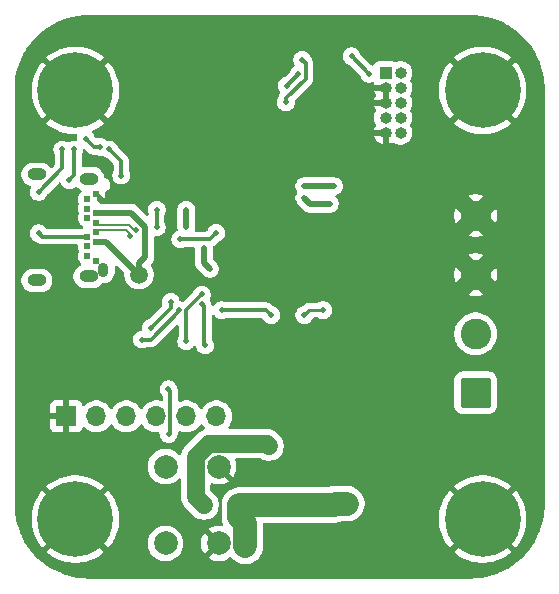
<source format=gbr>
%TF.GenerationSoftware,KiCad,Pcbnew,9.0.0*%
%TF.CreationDate,2025-07-23T16:42:47-04:00*%
%TF.ProjectId,USB_C_Simple_Trig,5553425f-435f-4536-996d-706c655f5472,rev?*%
%TF.SameCoordinates,Original*%
%TF.FileFunction,Copper,L2,Bot*%
%TF.FilePolarity,Positive*%
%FSLAX46Y46*%
G04 Gerber Fmt 4.6, Leading zero omitted, Abs format (unit mm)*
G04 Created by KiCad (PCBNEW 9.0.0) date 2025-07-23 16:42:47*
%MOMM*%
%LPD*%
G01*
G04 APERTURE LIST*
G04 Aperture macros list*
%AMRoundRect*
0 Rectangle with rounded corners*
0 $1 Rounding radius*
0 $2 $3 $4 $5 $6 $7 $8 $9 X,Y pos of 4 corners*
0 Add a 4 corners polygon primitive as box body*
4,1,4,$2,$3,$4,$5,$6,$7,$8,$9,$2,$3,0*
0 Add four circle primitives for the rounded corners*
1,1,$1+$1,$2,$3*
1,1,$1+$1,$4,$5*
1,1,$1+$1,$6,$7*
1,1,$1+$1,$8,$9*
0 Add four rect primitives between the rounded corners*
20,1,$1+$1,$2,$3,$4,$5,0*
20,1,$1+$1,$4,$5,$6,$7,0*
20,1,$1+$1,$6,$7,$8,$9,0*
20,1,$1+$1,$8,$9,$2,$3,0*%
G04 Aperture macros list end*
%TA.AperFunction,ComponentPad*%
%ADD10C,6.400000*%
%TD*%
%TA.AperFunction,ComponentPad*%
%ADD11C,0.609600*%
%TD*%
%TA.AperFunction,ComponentPad*%
%ADD12O,1.600200X1.016000*%
%TD*%
%TA.AperFunction,ComponentPad*%
%ADD13O,0.914400X1.193800*%
%TD*%
%TA.AperFunction,ComponentPad*%
%ADD14R,1.700000X1.700000*%
%TD*%
%TA.AperFunction,ComponentPad*%
%ADD15O,1.700000X1.700000*%
%TD*%
%TA.AperFunction,ComponentPad*%
%ADD16R,1.000000X1.000000*%
%TD*%
%TA.AperFunction,ComponentPad*%
%ADD17O,1.000000X1.000000*%
%TD*%
%TA.AperFunction,ComponentPad*%
%ADD18C,2.000000*%
%TD*%
%TA.AperFunction,ComponentPad*%
%ADD19RoundRect,0.250000X1.050000X-1.050000X1.050000X1.050000X-1.050000X1.050000X-1.050000X-1.050000X0*%
%TD*%
%TA.AperFunction,ComponentPad*%
%ADD20C,2.600000*%
%TD*%
%TA.AperFunction,ViaPad*%
%ADD21C,0.500000*%
%TD*%
%TA.AperFunction,ViaPad*%
%ADD22C,1.500000*%
%TD*%
%TA.AperFunction,Conductor*%
%ADD23C,0.300000*%
%TD*%
%TA.AperFunction,Conductor*%
%ADD24C,0.500000*%
%TD*%
%TA.AperFunction,Conductor*%
%ADD25C,1.500000*%
%TD*%
%TA.AperFunction,Conductor*%
%ADD26C,2.000000*%
%TD*%
%TA.AperFunction,Conductor*%
%ADD27C,0.550000*%
%TD*%
%TA.AperFunction,Conductor*%
%ADD28C,0.254000*%
%TD*%
%TA.AperFunction,Conductor*%
%ADD29C,0.200000*%
%TD*%
G04 APERTURE END LIST*
D10*
%TO.P,H1,1,1*%
%TO.N,GND*%
X157600000Y-89400000D03*
%TD*%
%TO.P,H2,1,1*%
%TO.N,GND*%
X157600000Y-125700000D03*
%TD*%
%TO.P,H3,1,1*%
%TO.N,GND*%
X123100000Y-89400000D03*
%TD*%
D11*
%TO.P,J1,B11,RX1+*%
%TO.N,unconnected-(J1-RX1+-PadB11)*%
X124137400Y-98606133D03*
%TO.P,J1,B10,RX1-*%
%TO.N,unconnected-(J1-RX1--PadB10)*%
X124137400Y-99406259D03*
%TO.P,J1,B8,SBU2*%
%TO.N,unconnected-(J1-SBU2-PadB8)*%
X124137400Y-100181011D03*
D12*
%TO.P,J1,26*%
%TO.N,N/C*%
X119847400Y-96516199D03*
D11*
%TO.P,J1,B5,CC2*%
%TO.N,/USB_C_IC/CC2*%
X124137400Y-101781389D03*
%TO.P,J1,B3,TX2-*%
%TO.N,unconnected-(J1-TX2--PadB3)*%
X124137400Y-102606141D03*
%TO.P,J1,B2,TX2+*%
%TO.N,unconnected-(J1-TX2+-PadB2)*%
X124137400Y-103406267D03*
%TO.P,J1,B12,GND*%
%TO.N,GND*%
X124837400Y-98206007D03*
D12*
%TO.P,J1,28*%
%TO.N,N/C*%
X119847400Y-105496201D03*
D11*
%TO.P,J1,B9,VBUS*%
%TO.N,VBUS*%
X124837400Y-99806385D03*
%TO.P,J1,B7,D-*%
%TO.N,/USB_C_IC/data_-*%
X124837400Y-100618637D03*
%TO.P,J1,B6,D+*%
%TO.N,/USB_C_IC/data_+*%
X124837400Y-101418763D03*
%TO.P,J1,B4,VBUS*%
%TO.N,VBUS*%
X124837400Y-102206015D03*
D12*
%TO.P,J1,25*%
%TO.N,N/C*%
X124247400Y-96876201D03*
D11*
%TO.P,J1,B1,GND*%
%TO.N,GND*%
X124837400Y-103806393D03*
D12*
%TO.P,J1,27*%
%TO.N,N/C*%
X124247400Y-105136199D03*
D13*
%TO.P,J1,29*%
X125487400Y-104606200D03*
%TD*%
D14*
%TO.P,J3,1,Pin_1*%
%TO.N,GND*%
X122340000Y-117000000D03*
D15*
%TO.P,J3,2,Pin_2*%
%TO.N,unconnected-(J3-Pin_2-Pad2)*%
X124880000Y-117000000D03*
%TO.P,J3,3,Pin_3*%
%TO.N,unconnected-(J3-Pin_3-Pad3)*%
X127420000Y-117000000D03*
%TO.P,J3,4,Pin_4*%
%TO.N,/MCU/UART_RX*%
X129960000Y-117000000D03*
%TO.P,J3,5,Pin_5*%
%TO.N,/MCU/UART_TX*%
X132500000Y-117000000D03*
%TO.P,J3,6,Pin_6*%
%TO.N,unconnected-(J3-Pin_6-Pad6)*%
X135040000Y-117000000D03*
%TD*%
D16*
%TO.P,J4,1,VTref*%
%TO.N,+3V3*%
X149375000Y-87920000D03*
D17*
%TO.P,J4,2,SWDIO/TMS*%
%TO.N,/MCU/SWDIO*%
X150645000Y-87920000D03*
%TO.P,J4,3,GND*%
%TO.N,GND*%
X149375000Y-89190000D03*
%TO.P,J4,4,SWCLK/TCK*%
%TO.N,/MCU/SWCLK*%
X150645000Y-89190000D03*
%TO.P,J4,5,GND*%
%TO.N,GND*%
X149375000Y-90460000D03*
%TO.P,J4,6,SWO/TDO*%
%TO.N,unconnected-(J4-SWO{slash}TDO-Pad6)*%
X150645000Y-90460000D03*
%TO.P,J4,7,KEY*%
%TO.N,unconnected-(J4-KEY-Pad7)*%
X149375000Y-91730000D03*
%TO.P,J4,8,NC/TDI*%
%TO.N,unconnected-(J4-NC{slash}TDI-Pad8)*%
X150645000Y-91730000D03*
%TO.P,J4,9,GNDDetect*%
%TO.N,GND*%
X149375000Y-93000000D03*
%TO.P,J4,10,~{RESET}*%
%TO.N,/MCU/NRST*%
X150645000Y-93000000D03*
%TD*%
D10*
%TO.P,H4,1,1*%
%TO.N,GND*%
X123100000Y-125700000D03*
%TD*%
D18*
%TO.P,SW1,1,1*%
%TO.N,GND*%
X135250000Y-121250000D03*
X135250000Y-127750000D03*
%TO.P,SW1,2,2*%
%TO.N,/MCU/NRST*%
X130750000Y-121250000D03*
X130750000Y-127750000D03*
%TD*%
D19*
%TO.P,J2,1,Pin_1*%
%TO.N,VOUT*%
X157000000Y-115000000D03*
D20*
%TO.P,J2,2,Pin_2*%
X157000000Y-110000000D03*
%TO.P,J2,3,Pin_3*%
%TO.N,GND*%
X157000000Y-105000000D03*
%TO.P,J2,4,Pin_4*%
X157000000Y-100000000D03*
%TD*%
D21*
%TO.N,GND*%
X131637500Y-87350000D03*
%TO.N,/USB_C_IC/CC2*%
X122000000Y-94400000D03*
X124000000Y-93500000D03*
X125185202Y-94185201D03*
X120000000Y-98000000D03*
X126000000Y-94400000D03*
X127000000Y-96617201D03*
X130000000Y-99500000D03*
X130000000Y-101000000D03*
X132000000Y-102000000D03*
X135043015Y-101456985D03*
X120000000Y-101500000D03*
D22*
%TO.N,GND*%
X142500000Y-114500000D03*
X144000000Y-119000000D03*
D21*
X150000000Y-107500000D03*
X151000000Y-105500000D03*
X149500000Y-97500000D03*
X128000000Y-92500000D03*
X141000000Y-106000000D03*
%TO.N,Net-(IC1-LED)*%
X128750000Y-110500000D03*
X131900000Y-108000000D03*
X139689468Y-108423000D03*
X135500000Y-108000000D03*
%TO.N,GND*%
X137500000Y-109000000D03*
X137750000Y-105925000D03*
X135000000Y-100500000D03*
X141000000Y-99500000D03*
X136900000Y-93500000D03*
%TO.N,Net-(IC1-VCC)*%
X133825735Y-106674265D03*
X132500000Y-110650000D03*
%TO.N,Net-(IC1-VOUT)*%
X134100000Y-111000000D03*
X133825735Y-107522794D03*
%TO.N,Net-(Q1-G)*%
X131000000Y-118500000D03*
X130989381Y-114698000D03*
X129500000Y-109500000D03*
X131186029Y-107313971D03*
%TO.N,GND*%
X120753000Y-111500000D03*
%TO.N,/MCU/STATUS_LED*%
X122602000Y-97000000D03*
X123000000Y-94400000D03*
%TO.N,+3V3*%
X145000000Y-97500000D03*
X142500000Y-97500000D03*
%TO.N,+5V*%
X134500000Y-104500000D03*
X134000000Y-102725000D03*
X132500000Y-99500000D03*
X144654000Y-99000000D03*
X142500000Y-98500000D03*
X132500000Y-101000000D03*
D22*
%TO.N,Net-(Q1-D)*%
X139500000Y-119500000D03*
X134000000Y-124500000D03*
%TO.N,Net-(Q1-G)*%
X146099000Y-124401000D03*
X137500000Y-128000000D03*
%TO.N,VBUS*%
X128500000Y-105000000D03*
D21*
%TO.N,/MCU/NRST*%
X140943236Y-90423265D03*
X142325735Y-86825735D03*
%TO.N,+3V3*%
X141000000Y-89000000D03*
X142000000Y-88000000D03*
X146500000Y-86500000D03*
X148000000Y-88000000D03*
%TO.N,/MCU/I2C_SCL*%
X142500000Y-108423000D03*
X144077000Y-108000000D03*
%TO.N,/USB_C_IC/data_+*%
X127734835Y-101765165D03*
%TO.N,/USB_C_IC/data_-*%
X128265165Y-101234835D03*
%TD*%
D23*
%TO.N,Net-(IC1-VOUT)*%
X134000000Y-110900000D02*
X134100000Y-111000000D01*
X134000000Y-107697059D02*
X134000000Y-110900000D01*
X133825735Y-107522794D02*
X134000000Y-107697059D01*
%TO.N,Net-(IC1-LED)*%
X131900000Y-108100000D02*
X131900000Y-108000000D01*
X128750000Y-110500000D02*
X129500000Y-110500000D01*
X129500000Y-110500000D02*
X131900000Y-108100000D01*
%TO.N,/USB_C_IC/CC2*%
X120281389Y-101781389D02*
X124137400Y-101781389D01*
X120000000Y-101500000D02*
X120281389Y-101781389D01*
X122000000Y-96000000D02*
X120000000Y-98000000D01*
X122000000Y-94400000D02*
X122000000Y-96000000D01*
X127000000Y-96617201D02*
X127000000Y-95400000D01*
X124685201Y-94185201D02*
X124000000Y-93500000D01*
X130000000Y-101000000D02*
X130000000Y-99500000D01*
X134500000Y-102000000D02*
X132000000Y-102000000D01*
X127000000Y-95400000D02*
X126000000Y-94400000D01*
X135043015Y-101456985D02*
X134500000Y-102000000D01*
X125185202Y-94185201D02*
X124685201Y-94185201D01*
%TO.N,Net-(IC1-VCC)*%
X132500000Y-108000000D02*
X132500000Y-110650000D01*
X133825735Y-106674265D02*
X132500000Y-108000000D01*
%TO.N,Net-(IC1-LED)*%
X139266468Y-108000000D02*
X135500000Y-108000000D01*
X139689468Y-108423000D02*
X139266468Y-108000000D01*
%TO.N,Net-(Q1-G)*%
X131161000Y-118339000D02*
X131000000Y-118500000D01*
X131161000Y-114869619D02*
X131161000Y-118339000D01*
X130989381Y-114698000D02*
X131161000Y-114869619D01*
X131186029Y-107313971D02*
X131186029Y-107813971D01*
X131186029Y-107813971D02*
X129500000Y-109500000D01*
%TO.N,/MCU/STATUS_LED*%
X123000000Y-94400000D02*
X123000000Y-96602000D01*
X123000000Y-96602000D02*
X122602000Y-97000000D01*
D24*
%TO.N,+3V3*%
X145000000Y-97500000D02*
X142500000Y-97500000D01*
%TO.N,+5V*%
X134000000Y-104000000D02*
X134500000Y-104500000D01*
X134000000Y-102725000D02*
X134000000Y-104000000D01*
X143000000Y-99000000D02*
X142500000Y-98500000D01*
X144654000Y-99000000D02*
X143000000Y-99000000D01*
X132500000Y-99500000D02*
X132500000Y-101000000D01*
D25*
%TO.N,Net-(Q1-D)*%
X139299000Y-119299000D02*
X139500000Y-119500000D01*
X133299000Y-120441869D02*
X134441869Y-119299000D01*
X134441869Y-119299000D02*
X139299000Y-119299000D01*
X133299000Y-123799000D02*
X133299000Y-120441869D01*
X134000000Y-124500000D02*
X133299000Y-123799000D01*
D26*
%TO.N,Net-(Q1-G)*%
X145099000Y-124401000D02*
X146099000Y-124401000D01*
X137000000Y-124500000D02*
X145000000Y-124500000D01*
X137000000Y-125500000D02*
X137000000Y-124500000D01*
X137500000Y-128000000D02*
X137500000Y-126000000D01*
X145000000Y-124500000D02*
X145099000Y-124401000D01*
X137500000Y-126000000D02*
X137000000Y-125500000D01*
D27*
%TO.N,VBUS*%
X128500000Y-104000000D02*
X128500000Y-105000000D01*
X128991165Y-103508835D02*
X128500000Y-104000000D01*
X125706015Y-102206015D02*
X128500000Y-105000000D01*
X124837400Y-102206015D02*
X125500000Y-102206015D01*
X128991165Y-100934115D02*
X128991165Y-103508835D01*
X127863435Y-99806385D02*
X128991165Y-100934115D01*
X124837400Y-99806385D02*
X127863435Y-99806385D01*
X125500000Y-102206015D02*
X125706015Y-102206015D01*
D23*
%TO.N,/MCU/NRST*%
X142601000Y-87101000D02*
X142325735Y-86825735D01*
X142601000Y-88399000D02*
X142601000Y-87101000D01*
X140943236Y-90423265D02*
X140943236Y-90056764D01*
X140943236Y-90056764D02*
X142601000Y-88399000D01*
%TO.N,+3V3*%
X142000000Y-88000000D02*
X141000000Y-89000000D01*
X148000000Y-88000000D02*
X146500000Y-86500000D01*
D28*
%TO.N,/MCU/I2C_SCL*%
X142923000Y-108000000D02*
X142500000Y-108423000D01*
X144077000Y-108000000D02*
X142923000Y-108000000D01*
D29*
%TO.N,/USB_C_IC/data_-*%
X125014462Y-100793699D02*
X124839400Y-100618637D01*
X127611898Y-100793699D02*
X125014462Y-100793699D01*
X128053034Y-101234835D02*
X127611898Y-100793699D01*
%TO.N,/USB_C_IC/data_+*%
X127425502Y-101243701D02*
X125014462Y-101243701D01*
X127734835Y-101553034D02*
X127425502Y-101243701D01*
X125014462Y-101243701D02*
X124839400Y-101418763D01*
X127734835Y-101765165D02*
X127734835Y-101553034D01*
%TO.N,/USB_C_IC/data_-*%
X128265165Y-101234835D02*
X128053034Y-101234835D01*
%TD*%
%TA.AperFunction,Conductor*%
%TO.N,GND*%
G36*
X156552324Y-83000587D02*
G01*
X156585205Y-83001817D01*
X157016140Y-83017942D01*
X157025356Y-83018632D01*
X157484289Y-83070341D01*
X157493442Y-83071721D01*
X157947224Y-83157581D01*
X157956227Y-83159635D01*
X158402325Y-83279167D01*
X158411182Y-83281899D01*
X158847088Y-83434429D01*
X158855720Y-83437817D01*
X159279008Y-83622496D01*
X159287362Y-83626520D01*
X159695640Y-83842301D01*
X159703671Y-83846937D01*
X160094707Y-84092641D01*
X160102369Y-84097865D01*
X160473949Y-84372104D01*
X160481187Y-84377876D01*
X160831233Y-84679115D01*
X160838030Y-84685422D01*
X161164577Y-85011969D01*
X161170884Y-85018766D01*
X161472118Y-85368806D01*
X161477900Y-85376056D01*
X161752134Y-85747630D01*
X161757358Y-85755292D01*
X162003062Y-86146328D01*
X162007698Y-86154359D01*
X162223479Y-86562637D01*
X162227503Y-86570991D01*
X162412182Y-86994279D01*
X162415570Y-87002911D01*
X162568100Y-87438817D01*
X162570833Y-87447678D01*
X162690358Y-87893750D01*
X162692421Y-87902791D01*
X162778277Y-88356550D01*
X162779659Y-88365719D01*
X162831365Y-88824625D01*
X162832058Y-88833873D01*
X162849412Y-89297673D01*
X162849499Y-89302309D01*
X162849499Y-124439391D01*
X162849412Y-124444027D01*
X162832060Y-124907803D01*
X162831367Y-124917050D01*
X162779662Y-125375957D01*
X162778280Y-125385127D01*
X162692426Y-125838887D01*
X162690363Y-125847927D01*
X162570838Y-126294007D01*
X162568105Y-126302868D01*
X162415577Y-126738772D01*
X162412189Y-126747404D01*
X162227514Y-127170687D01*
X162223490Y-127179042D01*
X162007706Y-127587327D01*
X162003070Y-127595358D01*
X161757367Y-127986394D01*
X161752143Y-127994056D01*
X161477909Y-128365631D01*
X161472128Y-128372880D01*
X161170893Y-128722924D01*
X161164585Y-128729722D01*
X160838039Y-129056269D01*
X160831242Y-129062576D01*
X160481201Y-129363812D01*
X160473951Y-129369594D01*
X160102376Y-129643829D01*
X160094714Y-129649053D01*
X159703678Y-129894758D01*
X159695647Y-129899394D01*
X159287368Y-130115176D01*
X159279014Y-130119200D01*
X158855714Y-130303885D01*
X158847082Y-130307272D01*
X158411203Y-130459794D01*
X158402341Y-130462528D01*
X157956247Y-130582058D01*
X157947207Y-130584121D01*
X157493452Y-130669976D01*
X157484283Y-130671358D01*
X157025373Y-130723065D01*
X157016126Y-130723758D01*
X156553020Y-130741087D01*
X156548383Y-130741174D01*
X124260635Y-130741174D01*
X124255999Y-130741087D01*
X123792196Y-130723734D01*
X123782949Y-130723041D01*
X123324043Y-130671336D01*
X123314873Y-130669954D01*
X122861114Y-130584100D01*
X122852076Y-130582037D01*
X122406058Y-130462528D01*
X122405995Y-130462511D01*
X122397135Y-130459778D01*
X121961236Y-130307253D01*
X121952603Y-130303865D01*
X121529312Y-130119184D01*
X121520958Y-130115161D01*
X121112704Y-129899394D01*
X121112671Y-129899376D01*
X121104648Y-129894744D01*
X120713612Y-129649040D01*
X120705950Y-129643816D01*
X120461667Y-129463528D01*
X120334379Y-129369584D01*
X120327133Y-129363807D01*
X120245375Y-129293449D01*
X119977077Y-129062560D01*
X119970280Y-129056252D01*
X119643747Y-128729719D01*
X119637439Y-128722921D01*
X119463146Y-128520388D01*
X119463146Y-128520387D01*
X119336193Y-128372866D01*
X119330411Y-128365616D01*
X119301170Y-128325996D01*
X119056183Y-127994049D01*
X119050959Y-127986387D01*
X118805255Y-127595351D01*
X118800627Y-127587336D01*
X118584830Y-127179025D01*
X118580815Y-127170687D01*
X118454379Y-126880894D01*
X118396127Y-126747380D01*
X118392750Y-126738772D01*
X118240219Y-126302859D01*
X118237489Y-126294007D01*
X118117957Y-125847904D01*
X118115902Y-125838901D01*
X118055229Y-125518234D01*
X119400000Y-125518234D01*
X119400000Y-125881765D01*
X119435632Y-126243556D01*
X119506550Y-126600090D01*
X119506553Y-126600101D01*
X119612086Y-126947997D01*
X119751207Y-127283864D01*
X119751209Y-127283869D01*
X119922570Y-127604462D01*
X119922581Y-127604480D01*
X120124551Y-127906750D01*
X120311678Y-128134765D01*
X120311679Y-128134766D01*
X121805747Y-126640697D01*
X121879588Y-126742330D01*
X122057670Y-126920412D01*
X122159301Y-126994251D01*
X120665232Y-128488319D01*
X120665233Y-128488320D01*
X120893249Y-128675448D01*
X121195519Y-128877418D01*
X121195537Y-128877429D01*
X121516130Y-129048790D01*
X121516135Y-129048792D01*
X121852002Y-129187913D01*
X122199898Y-129293446D01*
X122199909Y-129293449D01*
X122556443Y-129364367D01*
X122918234Y-129400000D01*
X123281766Y-129400000D01*
X123643556Y-129364367D01*
X124000090Y-129293449D01*
X124000101Y-129293446D01*
X124347997Y-129187913D01*
X124683864Y-129048792D01*
X124683869Y-129048790D01*
X125004462Y-128877429D01*
X125004480Y-128877418D01*
X125306736Y-128675457D01*
X125306750Y-128675447D01*
X125534765Y-128488320D01*
X125534766Y-128488319D01*
X124040698Y-126994251D01*
X124142330Y-126920412D01*
X124320412Y-126742330D01*
X124394251Y-126640698D01*
X125888319Y-128134766D01*
X125888320Y-128134765D01*
X126075447Y-127906750D01*
X126075457Y-127906736D01*
X126259095Y-127631902D01*
X129249500Y-127631902D01*
X129249500Y-127868097D01*
X129286446Y-128101368D01*
X129359433Y-128325996D01*
X129442142Y-128488320D01*
X129466657Y-128536433D01*
X129605483Y-128727510D01*
X129772490Y-128894517D01*
X129963567Y-129033343D01*
X130020909Y-129062560D01*
X130174003Y-129140566D01*
X130174005Y-129140566D01*
X130174008Y-129140568D01*
X130294412Y-129179689D01*
X130398631Y-129213553D01*
X130631903Y-129250500D01*
X130631908Y-129250500D01*
X130868097Y-129250500D01*
X131101368Y-129213553D01*
X131102870Y-129213065D01*
X131325992Y-129140568D01*
X131536433Y-129033343D01*
X131727510Y-128894517D01*
X131894517Y-128727510D01*
X132033343Y-128536433D01*
X132140568Y-128325992D01*
X132213553Y-128101368D01*
X132215717Y-128087708D01*
X132250500Y-127868097D01*
X132250500Y-127631947D01*
X133750000Y-127631947D01*
X133750000Y-127868052D01*
X133786934Y-128101247D01*
X133859897Y-128325802D01*
X133967087Y-128536174D01*
X134027338Y-128619104D01*
X134027340Y-128619105D01*
X134726212Y-127920233D01*
X134737482Y-127962292D01*
X134809890Y-128087708D01*
X134912292Y-128190110D01*
X135037708Y-128262518D01*
X135079764Y-128273787D01*
X134380893Y-128972658D01*
X134463828Y-129032914D01*
X134674197Y-129140102D01*
X134898752Y-129213065D01*
X134898751Y-129213065D01*
X135131948Y-129250000D01*
X135368052Y-129250000D01*
X135601247Y-129213065D01*
X135825802Y-129140102D01*
X136036171Y-129032914D01*
X136171191Y-128934816D01*
X136236997Y-128911336D01*
X136305051Y-128927161D01*
X136344393Y-128962246D01*
X136355483Y-128977510D01*
X136522490Y-129144517D01*
X136713567Y-129283343D01*
X136812991Y-129334002D01*
X136924003Y-129390566D01*
X136924005Y-129390566D01*
X136924008Y-129390568D01*
X137044412Y-129429689D01*
X137148631Y-129463553D01*
X137381903Y-129500500D01*
X137381908Y-129500500D01*
X137618097Y-129500500D01*
X137851368Y-129463553D01*
X138075992Y-129390568D01*
X138286433Y-129283343D01*
X138477510Y-129144517D01*
X138644517Y-128977510D01*
X138783343Y-128786433D01*
X138890568Y-128575992D01*
X138963553Y-128351368D01*
X139000500Y-128118097D01*
X139000500Y-126124500D01*
X139020185Y-126057461D01*
X139072989Y-126011706D01*
X139124500Y-126000500D01*
X145118097Y-126000500D01*
X145351368Y-125963553D01*
X145523669Y-125907568D01*
X145561987Y-125901500D01*
X146217097Y-125901500D01*
X146450368Y-125864553D01*
X146515322Y-125843448D01*
X146674992Y-125791568D01*
X146885433Y-125684343D01*
X147076510Y-125545517D01*
X147103793Y-125518234D01*
X153900000Y-125518234D01*
X153900000Y-125881765D01*
X153935632Y-126243556D01*
X154006550Y-126600090D01*
X154006553Y-126600101D01*
X154112086Y-126947997D01*
X154251207Y-127283864D01*
X154251209Y-127283869D01*
X154422570Y-127604462D01*
X154422581Y-127604480D01*
X154624551Y-127906750D01*
X154811678Y-128134765D01*
X154811679Y-128134766D01*
X156305747Y-126640697D01*
X156379588Y-126742330D01*
X156557670Y-126920412D01*
X156659301Y-126994251D01*
X155165232Y-128488319D01*
X155165233Y-128488320D01*
X155393249Y-128675448D01*
X155695519Y-128877418D01*
X155695537Y-128877429D01*
X156016130Y-129048790D01*
X156016135Y-129048792D01*
X156352002Y-129187913D01*
X156699898Y-129293446D01*
X156699909Y-129293449D01*
X157056443Y-129364367D01*
X157418234Y-129400000D01*
X157781766Y-129400000D01*
X158143556Y-129364367D01*
X158500090Y-129293449D01*
X158500101Y-129293446D01*
X158847997Y-129187913D01*
X159183864Y-129048792D01*
X159183869Y-129048790D01*
X159504462Y-128877429D01*
X159504480Y-128877418D01*
X159806736Y-128675457D01*
X159806750Y-128675447D01*
X160034765Y-128488320D01*
X160034766Y-128488319D01*
X158540698Y-126994251D01*
X158642330Y-126920412D01*
X158820412Y-126742330D01*
X158894251Y-126640698D01*
X160388319Y-128134766D01*
X160388320Y-128134765D01*
X160575447Y-127906750D01*
X160575457Y-127906736D01*
X160777418Y-127604480D01*
X160777429Y-127604462D01*
X160948790Y-127283869D01*
X160948792Y-127283864D01*
X161087913Y-126947997D01*
X161193446Y-126600101D01*
X161193449Y-126600090D01*
X161264367Y-126243556D01*
X161300000Y-125881765D01*
X161300000Y-125518234D01*
X161264367Y-125156443D01*
X161193449Y-124799909D01*
X161193446Y-124799898D01*
X161087913Y-124452002D01*
X160948792Y-124116135D01*
X160948790Y-124116130D01*
X160777429Y-123795537D01*
X160777418Y-123795519D01*
X160575448Y-123493249D01*
X160388320Y-123265233D01*
X160388319Y-123265232D01*
X158894251Y-124759300D01*
X158820412Y-124657670D01*
X158642330Y-124479588D01*
X158540698Y-124405748D01*
X160034766Y-122911679D01*
X160034765Y-122911678D01*
X159806750Y-122724551D01*
X159504480Y-122522581D01*
X159504462Y-122522570D01*
X159183869Y-122351209D01*
X159183864Y-122351207D01*
X158847997Y-122212086D01*
X158500101Y-122106553D01*
X158500090Y-122106550D01*
X158143556Y-122035632D01*
X157781766Y-122000000D01*
X157418234Y-122000000D01*
X157056443Y-122035632D01*
X156699909Y-122106550D01*
X156699898Y-122106553D01*
X156352002Y-122212086D01*
X156016135Y-122351207D01*
X156016130Y-122351209D01*
X155695537Y-122522570D01*
X155695519Y-122522581D01*
X155393258Y-122724545D01*
X155393254Y-122724548D01*
X155165233Y-122911679D01*
X155165233Y-122911680D01*
X156659301Y-124405748D01*
X156557670Y-124479588D01*
X156379588Y-124657670D01*
X156305748Y-124759301D01*
X154811680Y-123265233D01*
X154811679Y-123265233D01*
X154624548Y-123493254D01*
X154624545Y-123493258D01*
X154422581Y-123795519D01*
X154422570Y-123795537D01*
X154251209Y-124116130D01*
X154251207Y-124116135D01*
X154112086Y-124452002D01*
X154006553Y-124799898D01*
X154006550Y-124799909D01*
X153935632Y-125156443D01*
X153900000Y-125518234D01*
X147103793Y-125518234D01*
X147243517Y-125378510D01*
X147382343Y-125187433D01*
X147489568Y-124976992D01*
X147562553Y-124752368D01*
X147599500Y-124519097D01*
X147599500Y-124282902D01*
X147562553Y-124049631D01*
X147521735Y-123924008D01*
X147489568Y-123825008D01*
X147489566Y-123825005D01*
X147489566Y-123825003D01*
X147382342Y-123614566D01*
X147243517Y-123423490D01*
X147076510Y-123256483D01*
X146885433Y-123117657D01*
X146781849Y-123064878D01*
X146674996Y-123010433D01*
X146450368Y-122937446D01*
X146217097Y-122900500D01*
X146217092Y-122900500D01*
X145217092Y-122900500D01*
X144980908Y-122900500D01*
X144980903Y-122900500D01*
X144747634Y-122937446D01*
X144747633Y-122937446D01*
X144575331Y-122993431D01*
X144537013Y-122999500D01*
X136881903Y-122999500D01*
X136648631Y-123036446D01*
X136424003Y-123109433D01*
X136213566Y-123216657D01*
X136146709Y-123265232D01*
X136022490Y-123355483D01*
X136022488Y-123355485D01*
X136022487Y-123355485D01*
X135855485Y-123522487D01*
X135855485Y-123522488D01*
X135855483Y-123522490D01*
X135795862Y-123604550D01*
X135716657Y-123713566D01*
X135609433Y-123924003D01*
X135536446Y-124148631D01*
X135499500Y-124381902D01*
X135499500Y-125618097D01*
X135536446Y-125851368D01*
X135609433Y-126075996D01*
X135616581Y-126090023D01*
X135629477Y-126158692D01*
X135603201Y-126223433D01*
X135546094Y-126263690D01*
X135486699Y-126268791D01*
X135368053Y-126250000D01*
X135131948Y-126250000D01*
X134898752Y-126286934D01*
X134674197Y-126359897D01*
X134463830Y-126467084D01*
X134380894Y-126527340D01*
X135079766Y-127226212D01*
X135037708Y-127237482D01*
X134912292Y-127309890D01*
X134809890Y-127412292D01*
X134737482Y-127537708D01*
X134726212Y-127579766D01*
X134027340Y-126880894D01*
X133967084Y-126963830D01*
X133859897Y-127174197D01*
X133786934Y-127398752D01*
X133750000Y-127631947D01*
X132250500Y-127631947D01*
X132250500Y-127631902D01*
X132213553Y-127398631D01*
X132176262Y-127283864D01*
X132140568Y-127174008D01*
X132140566Y-127174005D01*
X132140566Y-127174003D01*
X132033342Y-126963566D01*
X131894517Y-126772490D01*
X131727510Y-126605483D01*
X131536433Y-126466657D01*
X131325996Y-126359433D01*
X131101368Y-126286446D01*
X130868097Y-126249500D01*
X130868092Y-126249500D01*
X130631908Y-126249500D01*
X130631903Y-126249500D01*
X130398631Y-126286446D01*
X130174003Y-126359433D01*
X129963566Y-126466657D01*
X129880044Y-126527340D01*
X129772490Y-126605483D01*
X129772488Y-126605485D01*
X129772487Y-126605485D01*
X129605485Y-126772487D01*
X129605485Y-126772488D01*
X129605483Y-126772490D01*
X129545862Y-126854550D01*
X129466657Y-126963566D01*
X129359433Y-127174003D01*
X129286446Y-127398631D01*
X129249500Y-127631902D01*
X126259095Y-127631902D01*
X126277418Y-127604480D01*
X126277420Y-127604477D01*
X126296606Y-127568583D01*
X126296608Y-127568580D01*
X126448790Y-127283869D01*
X126448792Y-127283864D01*
X126587913Y-126947997D01*
X126693446Y-126600101D01*
X126693449Y-126600090D01*
X126764367Y-126243556D01*
X126800000Y-125881765D01*
X126800000Y-125518234D01*
X126764367Y-125156443D01*
X126693449Y-124799909D01*
X126693446Y-124799898D01*
X126587913Y-124452002D01*
X126448792Y-124116135D01*
X126448790Y-124116130D01*
X126277429Y-123795537D01*
X126277418Y-123795519D01*
X126075448Y-123493249D01*
X125888320Y-123265233D01*
X125888319Y-123265232D01*
X124394251Y-124759300D01*
X124320412Y-124657670D01*
X124142330Y-124479588D01*
X124040698Y-124405748D01*
X125534766Y-122911679D01*
X125534765Y-122911678D01*
X125306750Y-122724551D01*
X125004480Y-122522581D01*
X125004462Y-122522570D01*
X124683869Y-122351209D01*
X124683864Y-122351207D01*
X124347997Y-122212086D01*
X124000101Y-122106553D01*
X124000090Y-122106550D01*
X123643556Y-122035632D01*
X123281766Y-122000000D01*
X122918234Y-122000000D01*
X122556443Y-122035632D01*
X122199909Y-122106550D01*
X122199898Y-122106553D01*
X121852002Y-122212086D01*
X121516135Y-122351207D01*
X121516130Y-122351209D01*
X121195537Y-122522570D01*
X121195519Y-122522581D01*
X120893258Y-122724545D01*
X120893254Y-122724548D01*
X120665233Y-122911679D01*
X120665233Y-122911680D01*
X122159301Y-124405748D01*
X122057670Y-124479588D01*
X121879588Y-124657670D01*
X121805748Y-124759301D01*
X120311680Y-123265233D01*
X120311679Y-123265233D01*
X120124548Y-123493254D01*
X120124545Y-123493258D01*
X119922581Y-123795519D01*
X119922570Y-123795537D01*
X119751209Y-124116130D01*
X119751207Y-124116135D01*
X119612086Y-124452002D01*
X119506553Y-124799898D01*
X119506550Y-124799909D01*
X119435632Y-125156443D01*
X119400000Y-125518234D01*
X118055229Y-125518234D01*
X118030044Y-125385124D01*
X118028663Y-125375956D01*
X118021755Y-125314644D01*
X117976956Y-124917036D01*
X117976266Y-124907817D01*
X117958913Y-124444001D01*
X117958826Y-124439365D01*
X117958826Y-116102155D01*
X120990000Y-116102155D01*
X120990000Y-116750000D01*
X121906988Y-116750000D01*
X121874075Y-116807007D01*
X121840000Y-116934174D01*
X121840000Y-117065826D01*
X121874075Y-117192993D01*
X121906988Y-117250000D01*
X120990000Y-117250000D01*
X120990000Y-117897844D01*
X120996401Y-117957372D01*
X120996403Y-117957379D01*
X121046645Y-118092086D01*
X121046649Y-118092093D01*
X121132809Y-118207187D01*
X121132812Y-118207190D01*
X121247906Y-118293350D01*
X121247913Y-118293354D01*
X121382620Y-118343596D01*
X121382627Y-118343598D01*
X121442155Y-118349999D01*
X121442172Y-118350000D01*
X122090000Y-118350000D01*
X122090000Y-117433012D01*
X122147007Y-117465925D01*
X122274174Y-117500000D01*
X122405826Y-117500000D01*
X122532993Y-117465925D01*
X122590000Y-117433012D01*
X122590000Y-118350000D01*
X123237828Y-118350000D01*
X123237844Y-118349999D01*
X123297372Y-118343598D01*
X123297379Y-118343596D01*
X123432086Y-118293354D01*
X123432093Y-118293350D01*
X123547187Y-118207190D01*
X123547190Y-118207187D01*
X123633350Y-118092093D01*
X123633354Y-118092086D01*
X123682422Y-117960529D01*
X123724293Y-117904595D01*
X123789757Y-117880178D01*
X123858030Y-117895030D01*
X123886285Y-117916181D01*
X124000213Y-118030109D01*
X124172179Y-118155048D01*
X124172181Y-118155049D01*
X124172184Y-118155051D01*
X124361588Y-118251557D01*
X124563757Y-118317246D01*
X124773713Y-118350500D01*
X124773714Y-118350500D01*
X124986286Y-118350500D01*
X124986287Y-118350500D01*
X125196243Y-118317246D01*
X125398412Y-118251557D01*
X125587816Y-118155051D01*
X125674471Y-118092093D01*
X125759786Y-118030109D01*
X125759788Y-118030106D01*
X125759792Y-118030104D01*
X125910104Y-117879792D01*
X125910106Y-117879788D01*
X125910109Y-117879786D01*
X126035048Y-117707820D01*
X126035047Y-117707820D01*
X126035051Y-117707816D01*
X126039514Y-117699054D01*
X126087488Y-117648259D01*
X126155308Y-117631463D01*
X126221444Y-117653999D01*
X126260486Y-117699056D01*
X126264951Y-117707820D01*
X126389890Y-117879786D01*
X126540213Y-118030109D01*
X126712179Y-118155048D01*
X126712181Y-118155049D01*
X126712184Y-118155051D01*
X126901588Y-118251557D01*
X127103757Y-118317246D01*
X127313713Y-118350500D01*
X127313714Y-118350500D01*
X127526286Y-118350500D01*
X127526287Y-118350500D01*
X127736243Y-118317246D01*
X127938412Y-118251557D01*
X128127816Y-118155051D01*
X128214471Y-118092093D01*
X128299786Y-118030109D01*
X128299788Y-118030106D01*
X128299792Y-118030104D01*
X128450104Y-117879792D01*
X128450106Y-117879788D01*
X128450109Y-117879786D01*
X128575048Y-117707820D01*
X128575047Y-117707820D01*
X128575051Y-117707816D01*
X128579514Y-117699054D01*
X128627488Y-117648259D01*
X128695308Y-117631463D01*
X128761444Y-117653999D01*
X128800486Y-117699056D01*
X128804951Y-117707820D01*
X128929890Y-117879786D01*
X129080213Y-118030109D01*
X129252179Y-118155048D01*
X129252181Y-118155049D01*
X129252184Y-118155051D01*
X129441588Y-118251557D01*
X129643757Y-118317246D01*
X129853713Y-118350500D01*
X129853714Y-118350500D01*
X130066284Y-118350500D01*
X130066287Y-118350500D01*
X130106104Y-118344193D01*
X130175394Y-118353147D01*
X130228846Y-118398142D01*
X130249487Y-118464893D01*
X130249500Y-118466666D01*
X130249500Y-118573918D01*
X130249500Y-118573920D01*
X130249499Y-118573920D01*
X130278340Y-118718907D01*
X130278343Y-118718917D01*
X130334912Y-118855488D01*
X130334919Y-118855501D01*
X130417048Y-118978415D01*
X130417051Y-118978419D01*
X130521580Y-119082948D01*
X130521584Y-119082951D01*
X130644498Y-119165080D01*
X130644511Y-119165087D01*
X130746117Y-119207173D01*
X130781087Y-119221658D01*
X130781091Y-119221658D01*
X130781092Y-119221659D01*
X130926079Y-119250500D01*
X130926082Y-119250500D01*
X131073920Y-119250500D01*
X131171462Y-119231096D01*
X131218913Y-119221658D01*
X131355495Y-119165084D01*
X131478416Y-119082951D01*
X131582951Y-118978416D01*
X131665084Y-118855495D01*
X131721658Y-118718913D01*
X131732143Y-118666197D01*
X131736630Y-118649692D01*
X131737814Y-118646283D01*
X131786501Y-118528744D01*
X131795331Y-118484354D01*
X131811500Y-118403069D01*
X131811500Y-118366682D01*
X131831185Y-118299643D01*
X131883989Y-118253888D01*
X131953147Y-118243944D01*
X131976826Y-118250443D01*
X131976954Y-118250051D01*
X131981586Y-118251556D01*
X131981588Y-118251557D01*
X132183757Y-118317246D01*
X132393713Y-118350500D01*
X132393714Y-118350500D01*
X132606286Y-118350500D01*
X132606287Y-118350500D01*
X132816243Y-118317246D01*
X133018412Y-118251557D01*
X133207816Y-118155051D01*
X133294471Y-118092093D01*
X133379786Y-118030109D01*
X133379788Y-118030106D01*
X133379792Y-118030104D01*
X133530104Y-117879792D01*
X133530106Y-117879788D01*
X133530109Y-117879786D01*
X133655048Y-117707820D01*
X133655047Y-117707820D01*
X133655051Y-117707816D01*
X133659514Y-117699054D01*
X133707488Y-117648259D01*
X133775308Y-117631463D01*
X133841444Y-117653999D01*
X133880486Y-117699056D01*
X133884951Y-117707820D01*
X134009890Y-117879786D01*
X134051512Y-117921408D01*
X134084997Y-117982731D01*
X134080013Y-118052423D01*
X134038141Y-118108356D01*
X134002150Y-118127019D01*
X133961843Y-118140116D01*
X133961840Y-118140117D01*
X133786463Y-118229476D01*
X133698549Y-118293350D01*
X133627223Y-118345172D01*
X133627221Y-118345174D01*
X133627220Y-118345174D01*
X132345174Y-119627220D01*
X132345174Y-119627221D01*
X132345172Y-119627223D01*
X132295485Y-119695610D01*
X132229476Y-119786463D01*
X132140114Y-119961844D01*
X132134687Y-119978550D01*
X132134680Y-119978571D01*
X132134208Y-119980026D01*
X132079291Y-120149043D01*
X132073937Y-120182841D01*
X132071601Y-120190700D01*
X132056884Y-120213427D01*
X132045287Y-120237890D01*
X132038178Y-120242316D01*
X132033625Y-120249348D01*
X132008957Y-120260511D01*
X131985975Y-120274821D01*
X131977600Y-120274701D01*
X131969970Y-120278154D01*
X131943184Y-120274208D01*
X131916112Y-120273821D01*
X131908212Y-120269057D01*
X131900846Y-120267972D01*
X131888389Y-120257103D01*
X131865064Y-120243037D01*
X131727512Y-120105485D01*
X131727510Y-120105483D01*
X131536433Y-119966657D01*
X131526985Y-119961843D01*
X131325996Y-119859433D01*
X131101368Y-119786446D01*
X130868097Y-119749500D01*
X130868092Y-119749500D01*
X130631908Y-119749500D01*
X130631903Y-119749500D01*
X130398631Y-119786446D01*
X130174003Y-119859433D01*
X129963566Y-119966657D01*
X129854550Y-120045862D01*
X129772490Y-120105483D01*
X129772488Y-120105485D01*
X129772487Y-120105485D01*
X129605485Y-120272487D01*
X129605485Y-120272488D01*
X129605483Y-120272490D01*
X129553926Y-120343452D01*
X129466657Y-120463566D01*
X129359433Y-120674003D01*
X129286446Y-120898631D01*
X129249500Y-121131902D01*
X129249500Y-121368097D01*
X129286446Y-121601368D01*
X129359433Y-121825996D01*
X129466249Y-122035632D01*
X129466657Y-122036433D01*
X129605483Y-122227510D01*
X129772490Y-122394517D01*
X129963567Y-122533343D01*
X130062991Y-122584002D01*
X130174003Y-122640566D01*
X130174005Y-122640566D01*
X130174008Y-122640568D01*
X130294412Y-122679689D01*
X130398631Y-122713553D01*
X130631903Y-122750500D01*
X130631908Y-122750500D01*
X130868097Y-122750500D01*
X131101368Y-122713553D01*
X131102870Y-122713065D01*
X131325992Y-122640568D01*
X131536433Y-122533343D01*
X131727510Y-122394517D01*
X131836819Y-122285208D01*
X131898142Y-122251723D01*
X131967834Y-122256707D01*
X132023767Y-122298579D01*
X132048184Y-122364043D01*
X132048500Y-122372889D01*
X132048500Y-123897422D01*
X132079290Y-124091826D01*
X132140117Y-124279030D01*
X132224175Y-124444001D01*
X132229476Y-124454405D01*
X132345172Y-124613646D01*
X133185355Y-125453829D01*
X133344595Y-125569524D01*
X133519974Y-125658884D01*
X133519976Y-125658884D01*
X133519979Y-125658886D01*
X133519977Y-125658886D01*
X133598328Y-125684343D01*
X133598329Y-125684343D01*
X133646510Y-125699998D01*
X133707173Y-125719709D01*
X133901578Y-125750500D01*
X133901583Y-125750500D01*
X134098422Y-125750500D01*
X134292827Y-125719709D01*
X134480026Y-125658884D01*
X134655405Y-125569524D01*
X134814646Y-125453829D01*
X134953829Y-125314646D01*
X135069524Y-125155405D01*
X135158884Y-124980026D01*
X135219709Y-124792827D01*
X135226117Y-124752368D01*
X135250500Y-124598422D01*
X135250500Y-124401584D01*
X135243198Y-124355482D01*
X135243198Y-124355481D01*
X135219709Y-124207175D01*
X135219708Y-124207170D01*
X135205949Y-124164828D01*
X135158884Y-124019974D01*
X135069524Y-123844595D01*
X134953829Y-123685355D01*
X134585819Y-123317345D01*
X134552334Y-123256022D01*
X134549500Y-123229664D01*
X134549500Y-122770257D01*
X134569185Y-122703218D01*
X134621989Y-122657463D01*
X134691147Y-122647519D01*
X134711819Y-122652326D01*
X134898754Y-122713065D01*
X135131948Y-122750000D01*
X135368052Y-122750000D01*
X135601247Y-122713065D01*
X135825802Y-122640102D01*
X136036163Y-122532918D01*
X136036169Y-122532914D01*
X136119104Y-122472658D01*
X136119105Y-122472658D01*
X135420234Y-121773787D01*
X135462292Y-121762518D01*
X135587708Y-121690110D01*
X135690110Y-121587708D01*
X135762518Y-121462292D01*
X135773787Y-121420234D01*
X136472658Y-122119105D01*
X136472658Y-122119104D01*
X136532914Y-122036169D01*
X136532918Y-122036163D01*
X136640102Y-121825802D01*
X136713065Y-121601247D01*
X136750000Y-121368052D01*
X136750000Y-121131947D01*
X136713065Y-120898751D01*
X136652327Y-120711818D01*
X136650332Y-120641977D01*
X136686412Y-120582144D01*
X136749113Y-120551316D01*
X136770258Y-120549500D01*
X138776948Y-120549500D01*
X138840234Y-120567350D01*
X138840254Y-120567312D01*
X138840449Y-120567411D01*
X138841745Y-120567777D01*
X138844589Y-120569520D01*
X138844595Y-120569524D01*
X138929122Y-120612592D01*
X139019969Y-120658882D01*
X139019971Y-120658882D01*
X139019974Y-120658884D01*
X139066521Y-120674008D01*
X139207173Y-120719709D01*
X139401578Y-120750500D01*
X139401583Y-120750500D01*
X139598422Y-120750500D01*
X139792826Y-120719709D01*
X139817112Y-120711818D01*
X139980026Y-120658884D01*
X140155405Y-120569524D01*
X140314646Y-120453828D01*
X140453828Y-120314646D01*
X140569524Y-120155405D01*
X140658884Y-119980026D01*
X140719709Y-119792826D01*
X140720719Y-119786447D01*
X140750500Y-119598422D01*
X140750500Y-119401578D01*
X140719709Y-119207173D01*
X140679346Y-119082951D01*
X140658884Y-119019974D01*
X140658882Y-119019971D01*
X140658882Y-119019969D01*
X140611742Y-118927454D01*
X140569524Y-118844595D01*
X140453828Y-118685354D01*
X140113646Y-118345172D01*
X139954405Y-118229476D01*
X139779030Y-118140117D01*
X139591826Y-118079290D01*
X139397422Y-118048500D01*
X139397417Y-118048500D01*
X136190895Y-118048500D01*
X136123856Y-118028815D01*
X136078101Y-117976011D01*
X136068157Y-117906853D01*
X136090576Y-117851615D01*
X136124869Y-117804413D01*
X136195051Y-117707816D01*
X136291557Y-117518412D01*
X136357246Y-117316243D01*
X136390500Y-117106287D01*
X136390500Y-116893713D01*
X136357246Y-116683757D01*
X136291557Y-116481588D01*
X136195051Y-116292184D01*
X136195049Y-116292181D01*
X136195048Y-116292179D01*
X136070109Y-116120213D01*
X135919786Y-115969890D01*
X135747820Y-115844951D01*
X135558414Y-115748444D01*
X135558413Y-115748443D01*
X135558412Y-115748443D01*
X135356243Y-115682754D01*
X135356241Y-115682753D01*
X135356240Y-115682753D01*
X135194957Y-115657208D01*
X135146287Y-115649500D01*
X134933713Y-115649500D01*
X134885042Y-115657208D01*
X134723760Y-115682753D01*
X134521585Y-115748444D01*
X134332179Y-115844951D01*
X134160213Y-115969890D01*
X134009890Y-116120213D01*
X133884949Y-116292182D01*
X133880484Y-116300946D01*
X133832509Y-116351742D01*
X133764688Y-116368536D01*
X133698553Y-116345998D01*
X133659516Y-116300946D01*
X133655050Y-116292182D01*
X133530109Y-116120213D01*
X133379786Y-115969890D01*
X133207820Y-115844951D01*
X133018414Y-115748444D01*
X133018413Y-115748443D01*
X133018412Y-115748443D01*
X132816243Y-115682754D01*
X132816241Y-115682753D01*
X132816240Y-115682753D01*
X132654957Y-115657208D01*
X132606287Y-115649500D01*
X132393713Y-115649500D01*
X132345042Y-115657208D01*
X132183760Y-115682753D01*
X132183757Y-115682754D01*
X131981588Y-115748443D01*
X131981586Y-115748443D01*
X131976954Y-115749949D01*
X131976508Y-115748577D01*
X131913451Y-115755340D01*
X131850980Y-115724049D01*
X131815344Y-115663950D01*
X131811500Y-115633316D01*
X131811500Y-114805547D01*
X131786502Y-114679880D01*
X131786501Y-114679879D01*
X131786501Y-114679875D01*
X131737465Y-114561492D01*
X131736876Y-114560611D01*
X131736470Y-114559631D01*
X131734595Y-114556122D01*
X131734940Y-114555937D01*
X131718365Y-114515919D01*
X131711039Y-114479087D01*
X131711037Y-114479082D01*
X131654468Y-114342511D01*
X131654461Y-114342498D01*
X131572332Y-114219584D01*
X131572329Y-114219580D01*
X131467800Y-114115051D01*
X131467796Y-114115048D01*
X131344882Y-114032919D01*
X131344873Y-114032914D01*
X131292920Y-114011395D01*
X131292918Y-114011394D01*
X131208298Y-113976343D01*
X131208288Y-113976340D01*
X131063301Y-113947500D01*
X131063299Y-113947500D01*
X130915463Y-113947500D01*
X130915461Y-113947500D01*
X130770473Y-113976340D01*
X130770463Y-113976343D01*
X130633892Y-114032912D01*
X130633879Y-114032919D01*
X130510965Y-114115048D01*
X130510961Y-114115051D01*
X130406432Y-114219580D01*
X130406429Y-114219584D01*
X130324300Y-114342498D01*
X130324293Y-114342511D01*
X130267724Y-114479082D01*
X130267721Y-114479092D01*
X130238881Y-114624079D01*
X130238881Y-114624082D01*
X130238881Y-114771918D01*
X130238881Y-114771920D01*
X130238880Y-114771920D01*
X130267721Y-114916907D01*
X130267724Y-114916917D01*
X130324293Y-115053488D01*
X130324300Y-115053501D01*
X130406428Y-115176414D01*
X130406429Y-115176415D01*
X130406430Y-115176416D01*
X130474182Y-115244168D01*
X130507666Y-115305489D01*
X130510500Y-115331848D01*
X130510500Y-115588197D01*
X130490815Y-115655236D01*
X130438011Y-115700991D01*
X130368853Y-115710935D01*
X130348183Y-115706128D01*
X130276244Y-115682754D01*
X130276240Y-115682753D01*
X130114957Y-115657208D01*
X130066287Y-115649500D01*
X129853713Y-115649500D01*
X129805042Y-115657208D01*
X129643760Y-115682753D01*
X129441585Y-115748444D01*
X129252179Y-115844951D01*
X129080213Y-115969890D01*
X128929890Y-116120213D01*
X128804949Y-116292182D01*
X128800484Y-116300946D01*
X128752509Y-116351742D01*
X128684688Y-116368536D01*
X128618553Y-116345998D01*
X128579516Y-116300946D01*
X128575050Y-116292182D01*
X128450109Y-116120213D01*
X128299786Y-115969890D01*
X128127820Y-115844951D01*
X127938414Y-115748444D01*
X127938413Y-115748443D01*
X127938412Y-115748443D01*
X127736243Y-115682754D01*
X127736241Y-115682753D01*
X127736240Y-115682753D01*
X127574957Y-115657208D01*
X127526287Y-115649500D01*
X127313713Y-115649500D01*
X127265042Y-115657208D01*
X127103760Y-115682753D01*
X126901585Y-115748444D01*
X126712179Y-115844951D01*
X126540213Y-115969890D01*
X126389890Y-116120213D01*
X126264949Y-116292182D01*
X126260484Y-116300946D01*
X126212509Y-116351742D01*
X126144688Y-116368536D01*
X126078553Y-116345998D01*
X126039516Y-116300946D01*
X126035050Y-116292182D01*
X125910109Y-116120213D01*
X125759786Y-115969890D01*
X125587820Y-115844951D01*
X125398414Y-115748444D01*
X125398413Y-115748443D01*
X125398412Y-115748443D01*
X125196243Y-115682754D01*
X125196241Y-115682753D01*
X125196240Y-115682753D01*
X125034957Y-115657208D01*
X124986287Y-115649500D01*
X124773713Y-115649500D01*
X124725042Y-115657208D01*
X124563760Y-115682753D01*
X124361585Y-115748444D01*
X124172179Y-115844951D01*
X124000215Y-115969889D01*
X123886285Y-116083819D01*
X123824962Y-116117303D01*
X123755270Y-116112319D01*
X123699337Y-116070447D01*
X123682422Y-116039470D01*
X123633354Y-115907913D01*
X123633350Y-115907906D01*
X123547190Y-115792812D01*
X123547187Y-115792809D01*
X123432093Y-115706649D01*
X123432086Y-115706645D01*
X123297379Y-115656403D01*
X123297372Y-115656401D01*
X123237844Y-115650000D01*
X122590000Y-115650000D01*
X122590000Y-116566988D01*
X122532993Y-116534075D01*
X122405826Y-116500000D01*
X122274174Y-116500000D01*
X122147007Y-116534075D01*
X122090000Y-116566988D01*
X122090000Y-115650000D01*
X121442155Y-115650000D01*
X121382627Y-115656401D01*
X121382620Y-115656403D01*
X121247913Y-115706645D01*
X121247906Y-115706649D01*
X121132812Y-115792809D01*
X121132809Y-115792812D01*
X121046649Y-115907906D01*
X121046645Y-115907913D01*
X120996403Y-116042620D01*
X120996401Y-116042627D01*
X120990000Y-116102155D01*
X117958826Y-116102155D01*
X117958826Y-113899983D01*
X155199500Y-113899983D01*
X155199500Y-116100001D01*
X155199501Y-116100018D01*
X155210000Y-116202796D01*
X155210001Y-116202799D01*
X155239619Y-116292179D01*
X155265186Y-116369334D01*
X155357288Y-116518656D01*
X155481344Y-116642712D01*
X155630666Y-116734814D01*
X155797203Y-116789999D01*
X155899991Y-116800500D01*
X158100008Y-116800499D01*
X158202797Y-116789999D01*
X158369334Y-116734814D01*
X158518656Y-116642712D01*
X158642712Y-116518656D01*
X158734814Y-116369334D01*
X158789999Y-116202797D01*
X158800500Y-116100009D01*
X158800499Y-113899992D01*
X158789999Y-113797203D01*
X158734814Y-113630666D01*
X158642712Y-113481344D01*
X158518656Y-113357288D01*
X158369334Y-113265186D01*
X158202797Y-113210001D01*
X158202795Y-113210000D01*
X158100010Y-113199500D01*
X155899998Y-113199500D01*
X155899981Y-113199501D01*
X155797203Y-113210000D01*
X155797200Y-113210001D01*
X155630668Y-113265185D01*
X155630663Y-113265187D01*
X155481342Y-113357289D01*
X155357289Y-113481342D01*
X155265187Y-113630663D01*
X155265186Y-113630666D01*
X155210001Y-113797203D01*
X155210001Y-113797204D01*
X155210000Y-113797204D01*
X155199500Y-113899983D01*
X117958826Y-113899983D01*
X117958826Y-110573920D01*
X127999499Y-110573920D01*
X128028340Y-110718907D01*
X128028343Y-110718917D01*
X128084912Y-110855488D01*
X128084919Y-110855501D01*
X128167048Y-110978415D01*
X128167051Y-110978419D01*
X128271580Y-111082948D01*
X128271584Y-111082951D01*
X128394498Y-111165080D01*
X128394511Y-111165087D01*
X128531082Y-111221656D01*
X128531087Y-111221658D01*
X128531091Y-111221658D01*
X128531092Y-111221659D01*
X128676079Y-111250500D01*
X128676082Y-111250500D01*
X128823920Y-111250500D01*
X128921462Y-111231096D01*
X128968913Y-111221658D01*
X129105495Y-111165084D01*
X129105496Y-111165083D01*
X129111122Y-111162753D01*
X129111479Y-111163614D01*
X129163840Y-111150500D01*
X129564071Y-111150500D01*
X129648615Y-111133682D01*
X129689744Y-111125501D01*
X129808127Y-111076465D01*
X129826679Y-111064069D01*
X129914669Y-111005277D01*
X131637819Y-109282127D01*
X131699142Y-109248642D01*
X131768834Y-109253626D01*
X131824767Y-109295498D01*
X131849184Y-109360962D01*
X131849500Y-109369808D01*
X131849500Y-110236160D01*
X131836385Y-110288520D01*
X131837247Y-110288878D01*
X131778342Y-110431086D01*
X131778340Y-110431092D01*
X131749500Y-110576079D01*
X131749500Y-110576082D01*
X131749500Y-110723918D01*
X131749500Y-110723920D01*
X131749499Y-110723920D01*
X131778340Y-110868907D01*
X131778343Y-110868917D01*
X131834912Y-111005488D01*
X131834919Y-111005501D01*
X131917048Y-111128415D01*
X131917051Y-111128419D01*
X132021580Y-111232948D01*
X132021584Y-111232951D01*
X132144498Y-111315080D01*
X132144511Y-111315087D01*
X132281082Y-111371656D01*
X132281087Y-111371658D01*
X132281091Y-111371658D01*
X132281092Y-111371659D01*
X132426079Y-111400500D01*
X132426082Y-111400500D01*
X132573920Y-111400500D01*
X132671462Y-111381096D01*
X132718913Y-111371658D01*
X132855495Y-111315084D01*
X132978416Y-111232951D01*
X133082951Y-111128416D01*
X133113332Y-111082948D01*
X133130390Y-111057419D01*
X133184002Y-111012614D01*
X133253327Y-111003907D01*
X133316354Y-111034061D01*
X133353074Y-111093504D01*
X133355109Y-111102118D01*
X133378340Y-111218907D01*
X133378343Y-111218917D01*
X133434912Y-111355488D01*
X133434919Y-111355501D01*
X133517048Y-111478415D01*
X133517051Y-111478419D01*
X133621580Y-111582948D01*
X133621584Y-111582951D01*
X133744498Y-111665080D01*
X133744511Y-111665087D01*
X133881082Y-111721656D01*
X133881087Y-111721658D01*
X133881091Y-111721658D01*
X133881092Y-111721659D01*
X134026079Y-111750500D01*
X134026082Y-111750500D01*
X134173920Y-111750500D01*
X134271462Y-111731096D01*
X134318913Y-111721658D01*
X134455495Y-111665084D01*
X134578416Y-111582951D01*
X134682951Y-111478416D01*
X134765084Y-111355495D01*
X134821658Y-111218913D01*
X134839659Y-111128419D01*
X134850500Y-111073920D01*
X134850500Y-110926079D01*
X134821659Y-110781092D01*
X134821658Y-110781091D01*
X134821658Y-110781087D01*
X134797978Y-110723918D01*
X134765087Y-110644511D01*
X134765080Y-110644498D01*
X134682951Y-110521584D01*
X134679086Y-110516874D01*
X134681191Y-110515145D01*
X134653334Y-110464128D01*
X134650500Y-110437770D01*
X134650500Y-109881995D01*
X155199500Y-109881995D01*
X155199500Y-110118004D01*
X155199501Y-110118020D01*
X155230306Y-110352010D01*
X155291394Y-110579993D01*
X155381714Y-110798045D01*
X155381719Y-110798056D01*
X155452677Y-110920957D01*
X155499727Y-111002450D01*
X155499729Y-111002453D01*
X155499730Y-111002454D01*
X155643406Y-111189697D01*
X155643412Y-111189704D01*
X155810295Y-111356587D01*
X155810302Y-111356593D01*
X155867523Y-111400500D01*
X155997550Y-111500273D01*
X156128918Y-111576118D01*
X156201943Y-111618280D01*
X156201948Y-111618282D01*
X156201951Y-111618284D01*
X156420007Y-111708606D01*
X156647986Y-111769693D01*
X156881989Y-111800500D01*
X156881996Y-111800500D01*
X157118004Y-111800500D01*
X157118011Y-111800500D01*
X157352014Y-111769693D01*
X157579993Y-111708606D01*
X157798049Y-111618284D01*
X158002450Y-111500273D01*
X158189699Y-111356592D01*
X158356592Y-111189699D01*
X158500273Y-111002450D01*
X158618284Y-110798049D01*
X158708606Y-110579993D01*
X158769693Y-110352014D01*
X158800500Y-110118011D01*
X158800500Y-109881989D01*
X158769693Y-109647986D01*
X158708606Y-109420007D01*
X158618284Y-109201951D01*
X158618282Y-109201948D01*
X158618280Y-109201943D01*
X158576118Y-109128918D01*
X158500273Y-108997550D01*
X158356592Y-108810301D01*
X158356587Y-108810295D01*
X158189704Y-108643412D01*
X158189697Y-108643406D01*
X158002454Y-108499730D01*
X158002453Y-108499729D01*
X158002450Y-108499727D01*
X157920957Y-108452677D01*
X157798056Y-108381719D01*
X157798045Y-108381714D01*
X157579993Y-108291394D01*
X157352010Y-108230306D01*
X157118020Y-108199501D01*
X157118017Y-108199500D01*
X157118011Y-108199500D01*
X156881989Y-108199500D01*
X156881983Y-108199500D01*
X156881979Y-108199501D01*
X156647989Y-108230306D01*
X156420006Y-108291394D01*
X156201954Y-108381714D01*
X156201943Y-108381719D01*
X155997545Y-108499730D01*
X155810302Y-108643406D01*
X155810295Y-108643412D01*
X155643412Y-108810295D01*
X155643406Y-108810302D01*
X155499730Y-108997545D01*
X155381719Y-109201943D01*
X155381714Y-109201954D01*
X155291394Y-109420006D01*
X155230306Y-109647989D01*
X155199501Y-109881979D01*
X155199500Y-109881995D01*
X134650500Y-109881995D01*
X134650500Y-108488270D01*
X134670185Y-108421231D01*
X134722989Y-108375476D01*
X134792147Y-108365532D01*
X134855703Y-108394557D01*
X134877600Y-108419377D01*
X134901271Y-108454803D01*
X134917050Y-108478418D01*
X135021580Y-108582948D01*
X135021584Y-108582951D01*
X135144498Y-108665080D01*
X135144511Y-108665087D01*
X135281082Y-108721656D01*
X135281087Y-108721658D01*
X135281091Y-108721658D01*
X135281092Y-108721659D01*
X135426079Y-108750500D01*
X135426082Y-108750500D01*
X135573920Y-108750500D01*
X135691816Y-108727048D01*
X135718913Y-108721658D01*
X135855495Y-108665084D01*
X135855496Y-108665083D01*
X135861122Y-108662753D01*
X135861479Y-108663614D01*
X135913840Y-108650500D01*
X138888513Y-108650500D01*
X138955552Y-108670185D01*
X139001307Y-108722989D01*
X139003055Y-108727004D01*
X139022199Y-108773220D01*
X139024386Y-108778499D01*
X139106513Y-108901411D01*
X139106519Y-108901419D01*
X139211048Y-109005948D01*
X139211052Y-109005951D01*
X139333966Y-109088080D01*
X139333979Y-109088087D01*
X139470200Y-109144511D01*
X139470555Y-109144658D01*
X139470559Y-109144658D01*
X139470560Y-109144659D01*
X139615547Y-109173500D01*
X139615550Y-109173500D01*
X139763388Y-109173500D01*
X139860930Y-109154096D01*
X139908381Y-109144658D01*
X140044963Y-109088084D01*
X140167884Y-109005951D01*
X140272419Y-108901416D01*
X140354552Y-108778495D01*
X140411126Y-108641913D01*
X140439409Y-108499730D01*
X140439968Y-108496920D01*
X141749499Y-108496920D01*
X141778340Y-108641907D01*
X141778343Y-108641917D01*
X141834912Y-108778488D01*
X141834919Y-108778501D01*
X141917048Y-108901415D01*
X141917051Y-108901419D01*
X142021580Y-109005948D01*
X142021584Y-109005951D01*
X142144498Y-109088080D01*
X142144511Y-109088087D01*
X142280732Y-109144511D01*
X142281087Y-109144658D01*
X142281091Y-109144658D01*
X142281092Y-109144659D01*
X142426079Y-109173500D01*
X142426082Y-109173500D01*
X142573920Y-109173500D01*
X142671462Y-109154096D01*
X142718913Y-109144658D01*
X142855495Y-109088084D01*
X142978416Y-109005951D01*
X143082951Y-108901416D01*
X143165084Y-108778495D01*
X143188627Y-108721657D01*
X143195921Y-108704048D01*
X143239761Y-108649644D01*
X143306055Y-108627579D01*
X143310482Y-108627500D01*
X143627641Y-108627500D01*
X143694680Y-108647185D01*
X143696525Y-108648393D01*
X143721505Y-108665084D01*
X143858087Y-108721658D01*
X143858091Y-108721658D01*
X143858092Y-108721659D01*
X144003079Y-108750500D01*
X144003082Y-108750500D01*
X144150920Y-108750500D01*
X144268816Y-108727048D01*
X144295913Y-108721658D01*
X144432495Y-108665084D01*
X144555416Y-108582951D01*
X144659951Y-108478416D01*
X144742084Y-108355495D01*
X144798658Y-108218913D01*
X144808096Y-108171462D01*
X144827500Y-108073920D01*
X144827500Y-107926079D01*
X144798659Y-107781092D01*
X144798658Y-107781091D01*
X144798658Y-107781087D01*
X144765627Y-107701342D01*
X144742087Y-107644511D01*
X144742080Y-107644498D01*
X144659951Y-107521584D01*
X144659948Y-107521580D01*
X144555419Y-107417051D01*
X144555415Y-107417048D01*
X144432501Y-107334919D01*
X144432488Y-107334912D01*
X144295917Y-107278343D01*
X144295907Y-107278340D01*
X144150920Y-107249500D01*
X144150918Y-107249500D01*
X144003082Y-107249500D01*
X144003080Y-107249500D01*
X143858092Y-107278340D01*
X143858082Y-107278343D01*
X143721508Y-107334914D01*
X143696531Y-107351603D01*
X143629853Y-107372480D01*
X143627641Y-107372500D01*
X142861195Y-107372500D01*
X142739970Y-107396613D01*
X142739960Y-107396616D01*
X142625773Y-107443913D01*
X142625760Y-107443920D01*
X142522992Y-107512588D01*
X142374034Y-107661546D01*
X142312711Y-107695030D01*
X142310547Y-107695481D01*
X142281089Y-107701341D01*
X142281084Y-107701342D01*
X142144511Y-107757912D01*
X142144498Y-107757919D01*
X142021584Y-107840048D01*
X142021580Y-107840051D01*
X141917051Y-107944580D01*
X141917048Y-107944584D01*
X141834919Y-108067498D01*
X141834912Y-108067511D01*
X141778343Y-108204082D01*
X141778340Y-108204092D01*
X141749500Y-108349079D01*
X141749500Y-108349082D01*
X141749500Y-108496918D01*
X141749500Y-108496920D01*
X141749499Y-108496920D01*
X140439968Y-108496920D01*
X140439968Y-108349079D01*
X140411127Y-108204092D01*
X140411126Y-108204091D01*
X140411126Y-108204087D01*
X140411124Y-108204082D01*
X140354555Y-108067511D01*
X140354548Y-108067498D01*
X140272419Y-107944584D01*
X140272416Y-107944580D01*
X140167887Y-107840051D01*
X140167883Y-107840048D01*
X140044969Y-107757919D01*
X140044956Y-107757912D01*
X139902754Y-107699011D01*
X139903111Y-107698149D01*
X139856812Y-107670398D01*
X139681142Y-107494727D01*
X139681141Y-107494726D01*
X139681137Y-107494723D01*
X139574595Y-107423535D01*
X139558941Y-107417051D01*
X139456212Y-107374499D01*
X139456206Y-107374497D01*
X139330539Y-107349500D01*
X139330537Y-107349500D01*
X135913840Y-107349500D01*
X135861479Y-107336385D01*
X135861122Y-107337247D01*
X135855495Y-107334916D01*
X135718913Y-107278342D01*
X135718907Y-107278340D01*
X135573920Y-107249500D01*
X135573918Y-107249500D01*
X135426082Y-107249500D01*
X135426080Y-107249500D01*
X135281092Y-107278340D01*
X135281082Y-107278343D01*
X135144511Y-107334912D01*
X135144498Y-107334919D01*
X135021584Y-107417048D01*
X135021580Y-107417051D01*
X134917051Y-107521580D01*
X134917048Y-107521584D01*
X134860886Y-107605636D01*
X134807273Y-107650441D01*
X134737948Y-107659148D01*
X134674921Y-107628993D01*
X134641429Y-107579610D01*
X134638065Y-107570480D01*
X134625501Y-107507315D01*
X134576465Y-107388932D01*
X134564692Y-107371312D01*
X134559609Y-107357514D01*
X134559127Y-107350382D01*
X134554347Y-107338842D01*
X134547393Y-107303881D01*
X134547391Y-107303876D01*
X134490821Y-107167303D01*
X134487950Y-107161932D01*
X134489006Y-107161367D01*
X134470021Y-107100751D01*
X134488010Y-107035159D01*
X134487950Y-107035127D01*
X134488091Y-107034861D01*
X134488501Y-107033370D01*
X134490811Y-107029775D01*
X134490821Y-107029755D01*
X134520346Y-106958476D01*
X134547393Y-106893178D01*
X134572054Y-106769201D01*
X134576235Y-106748185D01*
X134576235Y-106688319D01*
X156372338Y-106688319D01*
X156372338Y-106688320D01*
X156420152Y-106708125D01*
X156420165Y-106708129D01*
X156648087Y-106769201D01*
X156882014Y-106799999D01*
X156882029Y-106800000D01*
X157117971Y-106800000D01*
X157117985Y-106799999D01*
X157351914Y-106769200D01*
X157579834Y-106708130D01*
X157627660Y-106688319D01*
X157000001Y-106060660D01*
X157000000Y-106060660D01*
X156372338Y-106688319D01*
X134576235Y-106688319D01*
X134576235Y-106600344D01*
X134547394Y-106455357D01*
X134547393Y-106455356D01*
X134547393Y-106455352D01*
X134547391Y-106455347D01*
X134490822Y-106318776D01*
X134490815Y-106318763D01*
X134408686Y-106195849D01*
X134408683Y-106195845D01*
X134304154Y-106091316D01*
X134304150Y-106091313D01*
X134181236Y-106009184D01*
X134181223Y-106009177D01*
X134044652Y-105952608D01*
X134044642Y-105952605D01*
X133899655Y-105923765D01*
X133899653Y-105923765D01*
X133751817Y-105923765D01*
X133751815Y-105923765D01*
X133606827Y-105952605D01*
X133606817Y-105952608D01*
X133470246Y-106009177D01*
X133470233Y-106009184D01*
X133347319Y-106091313D01*
X133347315Y-106091316D01*
X133242786Y-106195845D01*
X133242783Y-106195849D01*
X133160654Y-106318763D01*
X133160649Y-106318772D01*
X133101746Y-106460979D01*
X133100884Y-106460622D01*
X133073133Y-106506919D01*
X132306757Y-107273295D01*
X132295771Y-107279293D01*
X132287721Y-107288880D01*
X132265684Y-107295722D01*
X132245434Y-107306780D01*
X132231342Y-107306385D01*
X132220994Y-107309599D01*
X132199493Y-107305494D01*
X132185986Y-107305117D01*
X132178649Y-107303085D01*
X132118913Y-107278342D01*
X132013727Y-107257418D01*
X132009308Y-107256195D01*
X131983360Y-107240081D01*
X131956295Y-107225924D01*
X131953960Y-107221824D01*
X131949952Y-107219335D01*
X131936837Y-107191753D01*
X131921721Y-107165208D01*
X131920781Y-107160883D01*
X131907688Y-107095065D01*
X131907688Y-107095063D01*
X131907687Y-107095058D01*
X131880638Y-107029755D01*
X131851116Y-106958482D01*
X131851109Y-106958469D01*
X131768980Y-106835555D01*
X131768977Y-106835551D01*
X131664448Y-106731022D01*
X131664444Y-106731019D01*
X131541530Y-106648890D01*
X131541517Y-106648883D01*
X131404946Y-106592314D01*
X131404936Y-106592311D01*
X131259949Y-106563471D01*
X131259947Y-106563471D01*
X131112111Y-106563471D01*
X131112109Y-106563471D01*
X130967121Y-106592311D01*
X130967111Y-106592314D01*
X130830540Y-106648883D01*
X130830527Y-106648890D01*
X130707613Y-106731019D01*
X130707609Y-106731022D01*
X130603080Y-106835551D01*
X130603077Y-106835555D01*
X130520948Y-106958469D01*
X130520941Y-106958482D01*
X130464372Y-107095053D01*
X130464369Y-107095063D01*
X130435529Y-107240050D01*
X130435529Y-107240053D01*
X130435529Y-107387889D01*
X130435529Y-107387891D01*
X130435528Y-107387891D01*
X130465177Y-107536938D01*
X130458950Y-107606530D01*
X130431241Y-107648811D01*
X129332654Y-108747398D01*
X129286357Y-108775149D01*
X129286714Y-108776011D01*
X129144507Y-108834914D01*
X129144498Y-108834919D01*
X129021584Y-108917048D01*
X129021580Y-108917051D01*
X128917051Y-109021580D01*
X128917048Y-109021584D01*
X128834919Y-109144498D01*
X128834912Y-109144511D01*
X128778343Y-109281082D01*
X128778340Y-109281092D01*
X128749500Y-109426079D01*
X128749500Y-109573922D01*
X128756110Y-109607152D01*
X128749883Y-109676743D01*
X128707020Y-109731921D01*
X128658685Y-109752960D01*
X128531092Y-109778340D01*
X128531082Y-109778343D01*
X128394511Y-109834912D01*
X128394498Y-109834919D01*
X128271584Y-109917048D01*
X128271580Y-109917051D01*
X128167051Y-110021580D01*
X128167048Y-110021584D01*
X128084919Y-110144498D01*
X128084912Y-110144511D01*
X128028343Y-110281082D01*
X128028340Y-110281092D01*
X127999500Y-110426079D01*
X127999500Y-110426082D01*
X127999500Y-110573918D01*
X127999500Y-110573920D01*
X127999499Y-110573920D01*
X117958826Y-110573920D01*
X117958826Y-105396867D01*
X118546800Y-105396867D01*
X118546800Y-105595534D01*
X118585554Y-105790362D01*
X118585556Y-105790370D01*
X118661577Y-105973902D01*
X118661582Y-105973911D01*
X118771946Y-106139081D01*
X118771949Y-106139085D01*
X118912415Y-106279551D01*
X118912419Y-106279554D01*
X119077589Y-106389918D01*
X119077595Y-106389921D01*
X119077596Y-106389922D01*
X119261131Y-106465945D01*
X119455966Y-106504700D01*
X119455970Y-106504701D01*
X119455971Y-106504701D01*
X120238830Y-106504701D01*
X120238831Y-106504700D01*
X120433669Y-106465945D01*
X120617204Y-106389922D01*
X120782381Y-106279554D01*
X120922853Y-106139082D01*
X121033221Y-105973905D01*
X121109244Y-105790370D01*
X121148000Y-105595530D01*
X121148000Y-105396872D01*
X121109244Y-105202032D01*
X121033221Y-105018497D01*
X121033220Y-105018496D01*
X121033217Y-105018490D01*
X120922853Y-104853320D01*
X120922850Y-104853316D01*
X120782384Y-104712850D01*
X120782380Y-104712847D01*
X120617210Y-104602483D01*
X120617201Y-104602478D01*
X120433669Y-104526457D01*
X120433661Y-104526455D01*
X120238833Y-104487701D01*
X120238829Y-104487701D01*
X119455971Y-104487701D01*
X119455966Y-104487701D01*
X119261138Y-104526455D01*
X119261130Y-104526457D01*
X119077598Y-104602478D01*
X119077589Y-104602483D01*
X118912419Y-104712847D01*
X118912415Y-104712850D01*
X118771949Y-104853316D01*
X118771946Y-104853320D01*
X118661582Y-105018490D01*
X118661577Y-105018499D01*
X118585556Y-105202031D01*
X118585554Y-105202039D01*
X118546800Y-105396867D01*
X117958826Y-105396867D01*
X117958826Y-96416865D01*
X118546800Y-96416865D01*
X118546800Y-96615532D01*
X118585554Y-96810360D01*
X118585556Y-96810368D01*
X118661577Y-96993900D01*
X118661582Y-96993909D01*
X118771946Y-97159079D01*
X118771949Y-97159083D01*
X118912415Y-97299549D01*
X118912419Y-97299552D01*
X119077589Y-97409916D01*
X119077602Y-97409923D01*
X119116614Y-97426082D01*
X119261131Y-97485943D01*
X119261132Y-97485943D01*
X119265608Y-97487797D01*
X119320012Y-97531638D01*
X119342077Y-97597932D01*
X119332718Y-97649810D01*
X119278340Y-97781091D01*
X119278340Y-97781092D01*
X119249500Y-97926079D01*
X119249500Y-97926082D01*
X119249500Y-98073918D01*
X119249500Y-98073920D01*
X119249499Y-98073920D01*
X119278340Y-98218907D01*
X119278343Y-98218917D01*
X119334912Y-98355488D01*
X119334919Y-98355501D01*
X119417048Y-98478415D01*
X119417051Y-98478419D01*
X119521580Y-98582948D01*
X119521584Y-98582951D01*
X119644498Y-98665080D01*
X119644511Y-98665087D01*
X119781082Y-98721656D01*
X119781087Y-98721658D01*
X119781091Y-98721658D01*
X119781092Y-98721659D01*
X119926079Y-98750500D01*
X119926082Y-98750500D01*
X120073920Y-98750500D01*
X120171462Y-98731096D01*
X120218913Y-98721658D01*
X120355495Y-98665084D01*
X120478416Y-98582951D01*
X120582951Y-98478416D01*
X120665084Y-98355495D01*
X120721658Y-98218913D01*
X120721658Y-98218912D01*
X120723989Y-98213285D01*
X120724852Y-98213642D01*
X120752600Y-98167344D01*
X121696601Y-97223343D01*
X121757922Y-97189860D01*
X121827614Y-97194844D01*
X121883547Y-97236716D01*
X121898841Y-97263574D01*
X121936912Y-97355488D01*
X121936919Y-97355501D01*
X122019048Y-97478415D01*
X122019051Y-97478419D01*
X122123580Y-97582948D01*
X122123584Y-97582951D01*
X122246498Y-97665080D01*
X122246511Y-97665087D01*
X122383082Y-97721656D01*
X122383087Y-97721658D01*
X122383091Y-97721658D01*
X122383092Y-97721659D01*
X122528079Y-97750500D01*
X122528082Y-97750500D01*
X122675920Y-97750500D01*
X122773462Y-97731096D01*
X122820913Y-97721658D01*
X122957495Y-97665084D01*
X123009490Y-97630342D01*
X123085481Y-97579567D01*
X123086439Y-97581001D01*
X123143176Y-97556891D01*
X123212046Y-97568667D01*
X123245235Y-97592370D01*
X123283207Y-97630342D01*
X123312420Y-97659555D01*
X123477589Y-97769918D01*
X123477593Y-97769920D01*
X123477596Y-97769922D01*
X123504563Y-97781092D01*
X123558684Y-97803510D01*
X123613087Y-97847351D01*
X123635152Y-97913645D01*
X123617873Y-97981345D01*
X123598913Y-98005752D01*
X123511881Y-98092784D01*
X123423755Y-98224673D01*
X123423748Y-98224686D01*
X123363047Y-98371234D01*
X123363044Y-98371243D01*
X123332100Y-98526813D01*
X123332100Y-98685452D01*
X123363044Y-98841022D01*
X123363047Y-98841031D01*
X123411805Y-98958744D01*
X123419274Y-99028213D01*
X123411805Y-99053648D01*
X123363047Y-99171360D01*
X123363044Y-99171369D01*
X123332100Y-99326939D01*
X123332100Y-99485578D01*
X123363044Y-99641148D01*
X123363047Y-99641157D01*
X123406550Y-99746183D01*
X123414019Y-99815652D01*
X123406550Y-99841087D01*
X123363047Y-99946112D01*
X123363044Y-99946121D01*
X123332100Y-100101691D01*
X123332100Y-100260330D01*
X123363044Y-100415900D01*
X123363047Y-100415909D01*
X123423748Y-100562457D01*
X123423755Y-100562470D01*
X123511881Y-100694359D01*
X123511884Y-100694363D01*
X123624047Y-100806526D01*
X123624051Y-100806529D01*
X123731161Y-100878098D01*
X123752201Y-100903274D01*
X123774127Y-100927683D01*
X123774494Y-100929948D01*
X123775966Y-100931710D01*
X123780054Y-100964265D01*
X123785303Y-100996653D01*
X123784386Y-100998757D01*
X123784673Y-101001035D01*
X123770512Y-101030634D01*
X123757418Y-101060717D01*
X123755141Y-101062761D01*
X123754519Y-101064063D01*
X123731161Y-101084302D01*
X123692715Y-101109991D01*
X123626038Y-101130869D01*
X123623824Y-101130889D01*
X120722266Y-101130889D01*
X120655227Y-101111204D01*
X120619164Y-101075780D01*
X120582951Y-101021584D01*
X120582948Y-101021580D01*
X120478419Y-100917051D01*
X120478415Y-100917048D01*
X120355501Y-100834919D01*
X120355488Y-100834912D01*
X120218917Y-100778343D01*
X120218907Y-100778340D01*
X120073920Y-100749500D01*
X120073918Y-100749500D01*
X119926082Y-100749500D01*
X119926080Y-100749500D01*
X119781092Y-100778340D01*
X119781082Y-100778343D01*
X119644511Y-100834912D01*
X119644498Y-100834919D01*
X119521584Y-100917048D01*
X119521580Y-100917051D01*
X119417051Y-101021580D01*
X119417048Y-101021584D01*
X119334919Y-101144498D01*
X119334912Y-101144511D01*
X119278343Y-101281082D01*
X119278340Y-101281092D01*
X119249500Y-101426079D01*
X119249500Y-101426082D01*
X119249500Y-101573918D01*
X119249500Y-101573920D01*
X119249499Y-101573920D01*
X119278340Y-101718907D01*
X119278343Y-101718917D01*
X119334912Y-101855488D01*
X119334919Y-101855501D01*
X119417048Y-101978415D01*
X119417051Y-101978419D01*
X119521580Y-102082948D01*
X119521584Y-102082951D01*
X119644498Y-102165080D01*
X119644511Y-102165087D01*
X119748505Y-102208162D01*
X119774445Y-102218907D01*
X119786715Y-102223989D01*
X119786358Y-102224850D01*
X119832656Y-102252602D01*
X119866716Y-102286662D01*
X119866720Y-102286665D01*
X119973255Y-102357850D01*
X119973261Y-102357853D01*
X119973262Y-102357854D01*
X120091645Y-102406890D01*
X120091649Y-102406890D01*
X120091650Y-102406891D01*
X120217317Y-102431889D01*
X120217320Y-102431889D01*
X123208100Y-102431889D01*
X123275139Y-102451574D01*
X123320894Y-102504378D01*
X123332100Y-102555889D01*
X123332100Y-102685460D01*
X123363044Y-102841030D01*
X123363047Y-102841039D01*
X123411805Y-102958752D01*
X123419274Y-103028221D01*
X123411805Y-103053656D01*
X123363047Y-103171368D01*
X123363044Y-103171377D01*
X123332100Y-103326947D01*
X123332100Y-103485586D01*
X123363044Y-103641156D01*
X123363047Y-103641165D01*
X123423748Y-103787713D01*
X123423755Y-103787726D01*
X123511881Y-103919615D01*
X123511884Y-103919619D01*
X123598912Y-104006647D01*
X123632397Y-104067970D01*
X123627413Y-104137662D01*
X123585541Y-104193595D01*
X123558685Y-104208889D01*
X123477596Y-104242478D01*
X123477589Y-104242481D01*
X123312419Y-104352845D01*
X123312415Y-104352848D01*
X123171949Y-104493314D01*
X123171946Y-104493318D01*
X123061582Y-104658488D01*
X123061577Y-104658497D01*
X122985556Y-104842029D01*
X122985554Y-104842037D01*
X122946800Y-105036865D01*
X122946800Y-105235532D01*
X122985554Y-105430360D01*
X122985556Y-105430368D01*
X123061577Y-105613900D01*
X123061582Y-105613909D01*
X123171946Y-105779079D01*
X123171949Y-105779083D01*
X123312415Y-105919549D01*
X123312419Y-105919552D01*
X123477589Y-106029916D01*
X123477595Y-106029919D01*
X123477596Y-106029920D01*
X123661131Y-106105943D01*
X123855966Y-106144698D01*
X123855970Y-106144699D01*
X123855971Y-106144699D01*
X124638830Y-106144699D01*
X124638831Y-106144698D01*
X124833669Y-106105943D01*
X125017204Y-106029920D01*
X125182381Y-105919552D01*
X125322853Y-105779080D01*
X125336464Y-105758710D01*
X125390076Y-105713904D01*
X125439566Y-105703600D01*
X125581727Y-105703600D01*
X125581728Y-105703599D01*
X125766751Y-105666796D01*
X125901549Y-105610960D01*
X125941034Y-105594606D01*
X125941034Y-105594605D01*
X125941041Y-105594603D01*
X126097898Y-105489794D01*
X126231294Y-105356398D01*
X126336103Y-105199541D01*
X126408296Y-105025251D01*
X126445100Y-104840225D01*
X126445100Y-104372175D01*
X126445100Y-104372172D01*
X126442821Y-104360718D01*
X126449045Y-104291126D01*
X126491906Y-104235947D01*
X126557795Y-104212700D01*
X126625792Y-104228765D01*
X126652118Y-104248841D01*
X127213182Y-104809905D01*
X127246666Y-104871226D01*
X127249500Y-104897584D01*
X127249500Y-105098422D01*
X127280290Y-105292826D01*
X127341117Y-105480029D01*
X127416339Y-105627660D01*
X127430476Y-105655405D01*
X127546172Y-105814646D01*
X127685354Y-105953828D01*
X127844595Y-106069524D01*
X127916070Y-106105942D01*
X128019970Y-106158882D01*
X128019972Y-106158882D01*
X128019975Y-106158884D01*
X128120317Y-106191487D01*
X128207173Y-106219709D01*
X128401578Y-106250500D01*
X128401583Y-106250500D01*
X128598422Y-106250500D01*
X128792826Y-106219709D01*
X128980025Y-106158884D01*
X129155405Y-106069524D01*
X129314646Y-105953828D01*
X129453828Y-105814646D01*
X129569524Y-105655405D01*
X129658884Y-105480025D01*
X129719709Y-105292826D01*
X129726413Y-105250500D01*
X129750500Y-105098422D01*
X129750500Y-104901577D01*
X129719709Y-104707173D01*
X129658882Y-104519970D01*
X129608029Y-104420165D01*
X129569524Y-104344595D01*
X129498210Y-104246441D01*
X129474731Y-104180636D01*
X129490556Y-104112582D01*
X129510848Y-104085874D01*
X129593535Y-104003188D01*
X129649376Y-103919616D01*
X129678403Y-103876174D01*
X129678404Y-103876172D01*
X129736863Y-103735040D01*
X129754871Y-103644506D01*
X129766665Y-103585215D01*
X129766665Y-102073920D01*
X131249499Y-102073920D01*
X131278340Y-102218907D01*
X131278343Y-102218917D01*
X131334912Y-102355488D01*
X131334919Y-102355501D01*
X131417048Y-102478415D01*
X131417051Y-102478419D01*
X131521580Y-102582948D01*
X131521584Y-102582951D01*
X131644498Y-102665080D01*
X131644511Y-102665087D01*
X131781082Y-102721656D01*
X131781087Y-102721658D01*
X131781091Y-102721658D01*
X131781092Y-102721659D01*
X131926079Y-102750500D01*
X131926082Y-102750500D01*
X132073920Y-102750500D01*
X132171462Y-102731096D01*
X132218913Y-102721658D01*
X132355495Y-102665084D01*
X132355496Y-102665083D01*
X132361122Y-102662753D01*
X132361479Y-102663614D01*
X132413840Y-102650500D01*
X133125500Y-102650500D01*
X133192539Y-102670185D01*
X133238294Y-102722989D01*
X133249500Y-102774500D01*
X133249500Y-104073918D01*
X133249500Y-104073920D01*
X133249499Y-104073920D01*
X133278340Y-104218907D01*
X133278343Y-104218917D01*
X133334912Y-104355488D01*
X133334916Y-104355495D01*
X133352423Y-104381696D01*
X133352424Y-104381699D01*
X133417046Y-104478414D01*
X133417052Y-104478421D01*
X134021584Y-105082952D01*
X134021586Y-105082954D01*
X134044730Y-105098417D01*
X134085265Y-105125501D01*
X134144505Y-105165084D01*
X134144507Y-105165085D01*
X134144511Y-105165087D01*
X134233722Y-105202039D01*
X134281087Y-105221658D01*
X134281091Y-105221658D01*
X134281092Y-105221659D01*
X134426079Y-105250500D01*
X134426082Y-105250500D01*
X134573920Y-105250500D01*
X134671462Y-105231096D01*
X134718913Y-105221658D01*
X134796313Y-105189598D01*
X134855491Y-105165086D01*
X134855492Y-105165085D01*
X134855495Y-105165084D01*
X134978416Y-105082952D01*
X135082952Y-104978416D01*
X135147365Y-104882014D01*
X155200000Y-104882014D01*
X155200000Y-105117985D01*
X155230798Y-105351912D01*
X155291871Y-105579837D01*
X155311678Y-105627660D01*
X155311679Y-105627660D01*
X155939340Y-105000000D01*
X155939340Y-104999999D01*
X155875322Y-104935981D01*
X156350000Y-104935981D01*
X156350000Y-105064019D01*
X156374979Y-105189598D01*
X156423978Y-105307890D01*
X156495112Y-105414351D01*
X156585649Y-105504888D01*
X156692110Y-105576022D01*
X156810402Y-105625021D01*
X156935981Y-105650000D01*
X157064019Y-105650000D01*
X157189598Y-105625021D01*
X157307890Y-105576022D01*
X157414351Y-105504888D01*
X157504888Y-105414351D01*
X157576022Y-105307890D01*
X157625021Y-105189598D01*
X157650000Y-105064019D01*
X157650000Y-104999999D01*
X158060660Y-104999999D01*
X158060660Y-105000000D01*
X158688319Y-105627660D01*
X158708130Y-105579834D01*
X158769200Y-105351914D01*
X158799999Y-105117985D01*
X158800000Y-105117971D01*
X158800000Y-104882028D01*
X158799999Y-104882014D01*
X158769201Y-104648087D01*
X158708129Y-104420165D01*
X158708125Y-104420152D01*
X158688320Y-104372338D01*
X158688319Y-104372338D01*
X158060660Y-104999999D01*
X157650000Y-104999999D01*
X157650000Y-104935981D01*
X157625021Y-104810402D01*
X157576022Y-104692110D01*
X157504888Y-104585649D01*
X157414351Y-104495112D01*
X157307890Y-104423978D01*
X157189598Y-104374979D01*
X157064019Y-104350000D01*
X156935981Y-104350000D01*
X156810402Y-104374979D01*
X156692110Y-104423978D01*
X156585649Y-104495112D01*
X156495112Y-104585649D01*
X156423978Y-104692110D01*
X156374979Y-104810402D01*
X156350000Y-104935981D01*
X155875322Y-104935981D01*
X155311679Y-104372338D01*
X155291872Y-104420159D01*
X155291868Y-104420170D01*
X155230798Y-104648087D01*
X155200000Y-104882014D01*
X135147365Y-104882014D01*
X135165084Y-104855495D01*
X135221658Y-104718913D01*
X135250500Y-104573918D01*
X135250500Y-104426083D01*
X135244137Y-104394092D01*
X135236460Y-104355497D01*
X135221660Y-104281093D01*
X135221657Y-104281084D01*
X135165087Y-104144511D01*
X135165085Y-104144507D01*
X135165084Y-104144505D01*
X135123937Y-104082924D01*
X135117920Y-104073918D01*
X135082956Y-104021589D01*
X135082952Y-104021584D01*
X134786819Y-103725451D01*
X134753334Y-103664128D01*
X134750500Y-103637770D01*
X134750500Y-103311679D01*
X156372338Y-103311679D01*
X157000000Y-103939340D01*
X157000001Y-103939340D01*
X157627660Y-103311679D01*
X157627660Y-103311678D01*
X157579837Y-103291871D01*
X157351912Y-103230798D01*
X157117985Y-103200000D01*
X156882014Y-103200000D01*
X156648087Y-103230798D01*
X156420170Y-103291868D01*
X156420159Y-103291872D01*
X156372338Y-103311679D01*
X134750500Y-103311679D01*
X134750500Y-102681249D01*
X134770185Y-102614210D01*
X134805618Y-102578141D01*
X134812794Y-102573347D01*
X134899122Y-102515665D01*
X134914669Y-102505277D01*
X135210358Y-102209585D01*
X135256658Y-102181841D01*
X135256299Y-102180975D01*
X135309842Y-102158796D01*
X135398510Y-102122069D01*
X135521431Y-102039936D01*
X135625966Y-101935401D01*
X135708099Y-101812480D01*
X135759528Y-101688319D01*
X156372338Y-101688319D01*
X156372338Y-101688320D01*
X156420152Y-101708125D01*
X156420165Y-101708129D01*
X156648087Y-101769201D01*
X156882014Y-101799999D01*
X156882029Y-101800000D01*
X157117971Y-101800000D01*
X157117985Y-101799999D01*
X157351914Y-101769200D01*
X157579834Y-101708130D01*
X157627660Y-101688319D01*
X157000001Y-101060660D01*
X157000000Y-101060660D01*
X156372338Y-101688319D01*
X135759528Y-101688319D01*
X135764673Y-101675898D01*
X135793515Y-101530903D01*
X135793515Y-101383067D01*
X135793515Y-101383064D01*
X135764674Y-101238077D01*
X135764673Y-101238076D01*
X135764673Y-101238072D01*
X135725919Y-101144511D01*
X135708102Y-101101496D01*
X135708095Y-101101483D01*
X135625966Y-100978569D01*
X135625963Y-100978565D01*
X135521434Y-100874036D01*
X135521430Y-100874033D01*
X135398516Y-100791904D01*
X135398503Y-100791897D01*
X135261932Y-100735328D01*
X135261922Y-100735325D01*
X135116935Y-100706485D01*
X135116933Y-100706485D01*
X134969097Y-100706485D01*
X134969095Y-100706485D01*
X134824107Y-100735325D01*
X134824097Y-100735328D01*
X134687526Y-100791897D01*
X134687513Y-100791904D01*
X134564599Y-100874033D01*
X134564595Y-100874036D01*
X134460066Y-100978565D01*
X134460063Y-100978569D01*
X134377934Y-101101483D01*
X134377927Y-101101496D01*
X134319026Y-101243699D01*
X134318164Y-101243342D01*
X134313965Y-101250348D01*
X134311565Y-101261384D01*
X134290415Y-101289638D01*
X134266875Y-101313179D01*
X134205553Y-101346666D01*
X134179192Y-101349500D01*
X133346777Y-101349500D01*
X133279738Y-101329815D01*
X133233983Y-101277011D01*
X133224039Y-101207853D01*
X133225160Y-101201308D01*
X133250500Y-101073920D01*
X133250500Y-99882014D01*
X155200000Y-99882014D01*
X155200000Y-100117985D01*
X155230798Y-100351912D01*
X155291871Y-100579837D01*
X155311678Y-100627660D01*
X155311679Y-100627660D01*
X155939340Y-100000000D01*
X155939340Y-99999999D01*
X155875322Y-99935981D01*
X156350000Y-99935981D01*
X156350000Y-100064019D01*
X156374979Y-100189598D01*
X156423978Y-100307890D01*
X156495112Y-100414351D01*
X156585649Y-100504888D01*
X156692110Y-100576022D01*
X156810402Y-100625021D01*
X156935981Y-100650000D01*
X157064019Y-100650000D01*
X157189598Y-100625021D01*
X157307890Y-100576022D01*
X157414351Y-100504888D01*
X157504888Y-100414351D01*
X157576022Y-100307890D01*
X157625021Y-100189598D01*
X157650000Y-100064019D01*
X157650000Y-99999999D01*
X158060660Y-99999999D01*
X158060660Y-100000000D01*
X158688319Y-100627660D01*
X158708130Y-100579834D01*
X158769200Y-100351914D01*
X158799999Y-100117985D01*
X158800000Y-100117971D01*
X158800000Y-99882028D01*
X158799999Y-99882014D01*
X158769201Y-99648087D01*
X158708129Y-99420165D01*
X158708125Y-99420152D01*
X158688320Y-99372338D01*
X158688319Y-99372338D01*
X158060660Y-99999999D01*
X157650000Y-99999999D01*
X157650000Y-99935981D01*
X157625021Y-99810402D01*
X157576022Y-99692110D01*
X157504888Y-99585649D01*
X157414351Y-99495112D01*
X157307890Y-99423978D01*
X157189598Y-99374979D01*
X157064019Y-99350000D01*
X156935981Y-99350000D01*
X156810402Y-99374979D01*
X156692110Y-99423978D01*
X156585649Y-99495112D01*
X156495112Y-99585649D01*
X156423978Y-99692110D01*
X156374979Y-99810402D01*
X156350000Y-99935981D01*
X155875322Y-99935981D01*
X155311679Y-99372338D01*
X155291872Y-99420159D01*
X155291868Y-99420170D01*
X155230798Y-99648087D01*
X155200000Y-99882014D01*
X133250500Y-99882014D01*
X133250500Y-99426079D01*
X133221659Y-99281092D01*
X133221658Y-99281091D01*
X133221658Y-99281087D01*
X133221656Y-99281082D01*
X133165087Y-99144511D01*
X133165080Y-99144498D01*
X133082951Y-99021584D01*
X133082948Y-99021580D01*
X132978419Y-98917051D01*
X132978415Y-98917048D01*
X132855501Y-98834919D01*
X132855488Y-98834912D01*
X132718917Y-98778343D01*
X132718907Y-98778340D01*
X132573920Y-98749500D01*
X132573918Y-98749500D01*
X132426082Y-98749500D01*
X132426080Y-98749500D01*
X132281092Y-98778340D01*
X132281082Y-98778343D01*
X132144511Y-98834912D01*
X132144498Y-98834919D01*
X132021584Y-98917048D01*
X132021580Y-98917051D01*
X131917051Y-99021580D01*
X131917048Y-99021584D01*
X131834919Y-99144498D01*
X131834912Y-99144511D01*
X131778343Y-99281082D01*
X131778340Y-99281092D01*
X131749500Y-99426079D01*
X131749500Y-99426082D01*
X131749500Y-100926082D01*
X131749500Y-101073918D01*
X131749500Y-101073920D01*
X131749499Y-101073920D01*
X131769618Y-101175058D01*
X131763391Y-101244650D01*
X131720528Y-101299827D01*
X131695456Y-101313810D01*
X131644510Y-101334913D01*
X131644498Y-101334919D01*
X131521584Y-101417048D01*
X131521580Y-101417051D01*
X131417051Y-101521580D01*
X131417048Y-101521584D01*
X131334919Y-101644498D01*
X131334912Y-101644511D01*
X131278343Y-101781082D01*
X131278340Y-101781092D01*
X131249500Y-101926079D01*
X131249500Y-101926082D01*
X131249500Y-102073918D01*
X131249500Y-102073920D01*
X131249499Y-102073920D01*
X129766665Y-102073920D01*
X129766665Y-101869884D01*
X129786350Y-101802845D01*
X129839154Y-101757090D01*
X129908312Y-101747146D01*
X129914861Y-101748268D01*
X129926079Y-101750500D01*
X129926082Y-101750500D01*
X130073920Y-101750500D01*
X130171462Y-101731096D01*
X130218913Y-101721658D01*
X130355495Y-101665084D01*
X130478416Y-101582951D01*
X130582951Y-101478416D01*
X130665084Y-101355495D01*
X130721658Y-101218913D01*
X130736459Y-101144505D01*
X130750500Y-101073920D01*
X130750500Y-100926079D01*
X130721659Y-100781092D01*
X130721658Y-100781091D01*
X130721658Y-100781087D01*
X130665084Y-100644505D01*
X130665083Y-100644504D01*
X130662753Y-100638878D01*
X130663614Y-100638520D01*
X130650500Y-100586160D01*
X130650500Y-99913840D01*
X130663616Y-99861481D01*
X130662753Y-99861124D01*
X130710362Y-99746183D01*
X130721658Y-99718913D01*
X130748703Y-99582952D01*
X130750500Y-99573920D01*
X130750500Y-99426079D01*
X130721659Y-99281092D01*
X130721658Y-99281091D01*
X130721658Y-99281087D01*
X130721656Y-99281082D01*
X130665087Y-99144511D01*
X130665080Y-99144498D01*
X130582951Y-99021584D01*
X130582948Y-99021580D01*
X130478419Y-98917051D01*
X130478415Y-98917048D01*
X130355501Y-98834919D01*
X130355488Y-98834912D01*
X130218917Y-98778343D01*
X130218907Y-98778340D01*
X130073920Y-98749500D01*
X130073918Y-98749500D01*
X129926082Y-98749500D01*
X129926080Y-98749500D01*
X129781092Y-98778340D01*
X129781082Y-98778343D01*
X129644511Y-98834912D01*
X129644498Y-98834919D01*
X129521584Y-98917048D01*
X129521580Y-98917051D01*
X129417051Y-99021580D01*
X129417048Y-99021584D01*
X129334919Y-99144498D01*
X129334912Y-99144511D01*
X129278343Y-99281082D01*
X129278340Y-99281092D01*
X129249500Y-99426079D01*
X129249500Y-99426082D01*
X129249500Y-99573918D01*
X129249500Y-99573920D01*
X129249499Y-99573920D01*
X129278340Y-99718907D01*
X129278343Y-99718917D01*
X129326622Y-99835474D01*
X129334091Y-99904943D01*
X129302815Y-99967422D01*
X129242726Y-100003074D01*
X129172901Y-100000580D01*
X129124380Y-99970607D01*
X128357790Y-99204017D01*
X128357786Y-99204014D01*
X128230778Y-99119149D01*
X128230769Y-99119144D01*
X128089640Y-99060687D01*
X128089632Y-99060685D01*
X127939819Y-99030885D01*
X127939815Y-99030885D01*
X125333505Y-99030885D01*
X125266466Y-99011200D01*
X125220711Y-98958396D01*
X125218103Y-98940262D01*
X124979019Y-98701178D01*
X124945534Y-98639855D01*
X124942700Y-98613497D01*
X124942700Y-98526817D01*
X124942699Y-98526813D01*
X124916148Y-98393330D01*
X124952504Y-98378272D01*
X125009665Y-98321111D01*
X125040600Y-98246426D01*
X125040600Y-98165588D01*
X125009665Y-98090903D01*
X125003293Y-98084531D01*
X125057510Y-98088409D01*
X125101857Y-98116910D01*
X125556919Y-98571974D01*
X125611271Y-98440758D01*
X125611273Y-98440750D01*
X125642199Y-98285277D01*
X125642200Y-98285275D01*
X125642200Y-98126740D01*
X125634360Y-98087329D01*
X125640586Y-98017737D01*
X125683449Y-97962560D01*
X125708534Y-97948571D01*
X125711532Y-97947328D01*
X125711542Y-97947326D01*
X125843958Y-97870876D01*
X125952076Y-97762758D01*
X126028526Y-97630342D01*
X126043644Y-97573920D01*
X141749499Y-97573920D01*
X141778340Y-97718907D01*
X141778343Y-97718917D01*
X141834912Y-97855488D01*
X141834919Y-97855501D01*
X141885439Y-97931109D01*
X141891411Y-97950182D01*
X141901916Y-97967186D01*
X141901637Y-97982842D01*
X141906317Y-97997787D01*
X141901029Y-98017061D01*
X141900674Y-98037044D01*
X141888652Y-98062174D01*
X141887832Y-98065167D01*
X141885444Y-98068883D01*
X141880384Y-98076457D01*
X141880379Y-98076465D01*
X141834919Y-98144499D01*
X141834912Y-98144511D01*
X141778343Y-98281082D01*
X141778340Y-98281092D01*
X141749500Y-98426079D01*
X141749500Y-98426082D01*
X141749500Y-98573918D01*
X141749500Y-98573920D01*
X141749499Y-98573920D01*
X141778340Y-98718907D01*
X141778343Y-98718917D01*
X141834913Y-98855489D01*
X141834914Y-98855491D01*
X141834916Y-98855495D01*
X141847613Y-98874498D01*
X141847614Y-98874500D01*
X141917046Y-98978414D01*
X141917052Y-98978421D01*
X142521584Y-99582952D01*
X142521586Y-99582954D01*
X142525620Y-99585649D01*
X142585265Y-99625501D01*
X142644505Y-99665084D01*
X142644507Y-99665085D01*
X142644511Y-99665087D01*
X142781082Y-99721656D01*
X142781087Y-99721658D01*
X142781091Y-99721658D01*
X142781092Y-99721659D01*
X142926079Y-99750500D01*
X142926082Y-99750500D01*
X144727920Y-99750500D01*
X144825462Y-99731096D01*
X144872913Y-99721658D01*
X145009495Y-99665084D01*
X145132416Y-99582951D01*
X145236951Y-99478416D01*
X145319084Y-99355495D01*
X145375658Y-99218913D01*
X145390459Y-99144505D01*
X145404500Y-99073920D01*
X145404500Y-98926079D01*
X145375659Y-98781092D01*
X145375658Y-98781091D01*
X145375658Y-98781087D01*
X145374520Y-98778340D01*
X145319087Y-98644511D01*
X145319080Y-98644498D01*
X145236951Y-98521584D01*
X145236948Y-98521580D01*
X145147834Y-98432466D01*
X145114349Y-98371143D01*
X145118602Y-98311679D01*
X156372338Y-98311679D01*
X157000000Y-98939340D01*
X157000001Y-98939340D01*
X157627660Y-98311679D01*
X157627660Y-98311678D01*
X157579837Y-98291871D01*
X157351912Y-98230798D01*
X157117985Y-98200000D01*
X156882014Y-98200000D01*
X156648087Y-98230798D01*
X156420170Y-98291868D01*
X156420159Y-98291872D01*
X156372338Y-98311679D01*
X145118602Y-98311679D01*
X145119333Y-98301451D01*
X145161205Y-98245518D01*
X145211324Y-98223168D01*
X145214460Y-98222543D01*
X145218913Y-98221658D01*
X145355495Y-98165084D01*
X145478416Y-98082951D01*
X145582951Y-97978416D01*
X145665084Y-97855495D01*
X145721658Y-97718913D01*
X145739276Y-97630342D01*
X145750500Y-97573920D01*
X145750500Y-97426079D01*
X145721659Y-97281092D01*
X145721658Y-97281091D01*
X145721658Y-97281087D01*
X145688134Y-97200152D01*
X145665087Y-97144511D01*
X145665080Y-97144498D01*
X145582951Y-97021584D01*
X145582948Y-97021580D01*
X145478419Y-96917051D01*
X145478415Y-96917048D01*
X145355501Y-96834919D01*
X145355488Y-96834912D01*
X145218917Y-96778343D01*
X145218907Y-96778340D01*
X145073920Y-96749500D01*
X145073918Y-96749500D01*
X142573918Y-96749500D01*
X142426082Y-96749500D01*
X142426080Y-96749500D01*
X142281092Y-96778340D01*
X142281082Y-96778343D01*
X142144511Y-96834912D01*
X142144498Y-96834919D01*
X142021584Y-96917048D01*
X142021580Y-96917051D01*
X141917051Y-97021580D01*
X141917048Y-97021584D01*
X141834919Y-97144498D01*
X141834912Y-97144511D01*
X141778343Y-97281082D01*
X141778340Y-97281092D01*
X141749500Y-97426079D01*
X141749500Y-97426082D01*
X141749500Y-97573918D01*
X141749500Y-97573920D01*
X141749499Y-97573920D01*
X126043644Y-97573920D01*
X126068100Y-97482651D01*
X126068100Y-97329749D01*
X126028526Y-97182058D01*
X125952076Y-97049642D01*
X125843958Y-96941524D01*
X125843957Y-96941523D01*
X125843954Y-96941521D01*
X125711544Y-96865075D01*
X125711543Y-96865074D01*
X125687887Y-96858735D01*
X125631803Y-96843707D01*
X125572145Y-96807344D01*
X125542282Y-96748125D01*
X125530943Y-96691119D01*
X125509244Y-96582032D01*
X125433221Y-96398497D01*
X125433220Y-96398496D01*
X125433217Y-96398490D01*
X125322853Y-96233320D01*
X125322850Y-96233316D01*
X125182384Y-96092850D01*
X125182380Y-96092847D01*
X125017210Y-95982483D01*
X125017201Y-95982478D01*
X124833669Y-95906457D01*
X124833661Y-95906455D01*
X124638833Y-95867701D01*
X124638829Y-95867701D01*
X123855971Y-95867701D01*
X123855966Y-95867701D01*
X123798691Y-95879094D01*
X123729099Y-95872867D01*
X123673922Y-95830003D01*
X123650678Y-95764114D01*
X123650500Y-95757477D01*
X123650500Y-94813840D01*
X123663616Y-94761481D01*
X123662753Y-94761124D01*
X123721656Y-94618917D01*
X123721658Y-94618913D01*
X123750500Y-94473918D01*
X123750500Y-94469808D01*
X123770185Y-94402769D01*
X123822989Y-94357014D01*
X123892147Y-94347070D01*
X123955703Y-94376095D01*
X123962181Y-94382127D01*
X124270526Y-94690473D01*
X124270532Y-94690478D01*
X124377075Y-94761667D01*
X124446422Y-94790390D01*
X124495457Y-94810702D01*
X124495460Y-94810702D01*
X124495461Y-94810703D01*
X124621129Y-94835701D01*
X124621132Y-94835701D01*
X124771362Y-94835701D01*
X124823722Y-94848815D01*
X124824080Y-94847954D01*
X124829706Y-94850284D01*
X124829707Y-94850285D01*
X124966289Y-94906859D01*
X124966293Y-94906859D01*
X124966294Y-94906860D01*
X125111281Y-94935701D01*
X125111284Y-94935701D01*
X125259122Y-94935701D01*
X125373620Y-94912925D01*
X125443211Y-94919152D01*
X125485493Y-94946861D01*
X125521580Y-94982948D01*
X125521584Y-94982951D01*
X125644498Y-95065080D01*
X125644511Y-95065087D01*
X125786715Y-95123989D01*
X125786357Y-95124853D01*
X125832655Y-95152601D01*
X126313181Y-95633127D01*
X126346666Y-95694450D01*
X126349500Y-95720808D01*
X126349500Y-96203361D01*
X126336385Y-96255721D01*
X126337247Y-96256079D01*
X126278342Y-96398287D01*
X126278340Y-96398293D01*
X126249500Y-96543280D01*
X126249500Y-96543283D01*
X126249500Y-96691119D01*
X126249500Y-96691121D01*
X126249499Y-96691121D01*
X126278340Y-96836108D01*
X126278343Y-96836118D01*
X126334912Y-96972689D01*
X126334919Y-96972702D01*
X126417048Y-97095616D01*
X126417051Y-97095620D01*
X126521580Y-97200149D01*
X126521584Y-97200152D01*
X126644498Y-97282281D01*
X126644511Y-97282288D01*
X126759093Y-97329749D01*
X126781087Y-97338859D01*
X126781091Y-97338859D01*
X126781092Y-97338860D01*
X126926079Y-97367701D01*
X126926082Y-97367701D01*
X127073920Y-97367701D01*
X127171462Y-97348297D01*
X127218913Y-97338859D01*
X127355495Y-97282285D01*
X127478416Y-97200152D01*
X127582951Y-97095617D01*
X127665084Y-96972696D01*
X127721658Y-96836114D01*
X127750500Y-96691119D01*
X127750500Y-96543283D01*
X127750500Y-96543280D01*
X127721659Y-96398293D01*
X127721658Y-96398292D01*
X127721658Y-96398288D01*
X127665084Y-96261706D01*
X127665083Y-96261705D01*
X127662753Y-96256079D01*
X127663614Y-96255721D01*
X127650500Y-96203361D01*
X127650500Y-95335928D01*
X127625502Y-95210261D01*
X127625501Y-95210260D01*
X127625501Y-95210256D01*
X127600749Y-95150500D01*
X127576466Y-95091874D01*
X127505277Y-94985331D01*
X127505272Y-94985325D01*
X126752601Y-94232655D01*
X126724853Y-94186357D01*
X126723989Y-94186715D01*
X126665087Y-94044511D01*
X126665080Y-94044498D01*
X126582951Y-93921584D01*
X126582948Y-93921580D01*
X126478419Y-93817051D01*
X126478415Y-93817048D01*
X126355501Y-93734919D01*
X126355488Y-93734912D01*
X126218917Y-93678343D01*
X126218907Y-93678340D01*
X126073920Y-93649500D01*
X126073918Y-93649500D01*
X125926082Y-93649500D01*
X125926077Y-93649500D01*
X125811580Y-93672275D01*
X125741988Y-93666048D01*
X125699708Y-93638339D01*
X125663621Y-93602252D01*
X125663617Y-93602249D01*
X125540703Y-93520120D01*
X125540690Y-93520113D01*
X125404119Y-93463544D01*
X125404109Y-93463541D01*
X125259122Y-93434701D01*
X125259120Y-93434701D01*
X125111284Y-93434701D01*
X125111281Y-93434701D01*
X124962231Y-93464349D01*
X124954324Y-93463641D01*
X124946886Y-93466416D01*
X124920022Y-93460572D01*
X124892640Y-93458122D01*
X124884630Y-93452873D01*
X124878613Y-93451564D01*
X124850359Y-93430413D01*
X124752601Y-93332655D01*
X124724854Y-93286358D01*
X124723989Y-93286717D01*
X124721659Y-93281092D01*
X124721658Y-93281087D01*
X124708781Y-93250000D01*
X148405138Y-93250000D01*
X148413430Y-93291690D01*
X148413430Y-93291692D01*
X148488807Y-93473671D01*
X148488814Y-93473684D01*
X148598248Y-93637462D01*
X148598251Y-93637466D01*
X148737533Y-93776748D01*
X148737537Y-93776751D01*
X148901315Y-93886185D01*
X148901328Y-93886192D01*
X149083308Y-93961569D01*
X149125000Y-93969862D01*
X149125000Y-93250000D01*
X148405138Y-93250000D01*
X124708781Y-93250000D01*
X124687886Y-93199554D01*
X124665087Y-93144510D01*
X124665080Y-93144498D01*
X124582951Y-93021584D01*
X124582948Y-93021580D01*
X124550840Y-92989472D01*
X124517355Y-92928149D01*
X124522339Y-92858457D01*
X124564211Y-92802524D01*
X124591069Y-92787230D01*
X124683857Y-92748795D01*
X124683869Y-92748790D01*
X125004462Y-92577429D01*
X125004480Y-92577418D01*
X125306736Y-92375457D01*
X125306750Y-92375447D01*
X125534765Y-92188320D01*
X125534766Y-92188319D01*
X124040698Y-90694251D01*
X124142330Y-90620412D01*
X124320412Y-90442330D01*
X124394251Y-90340698D01*
X125888319Y-91834766D01*
X125888320Y-91834765D01*
X126075447Y-91606750D01*
X126075457Y-91606736D01*
X126277418Y-91304480D01*
X126277429Y-91304462D01*
X126448790Y-90983869D01*
X126448792Y-90983864D01*
X126587913Y-90647997D01*
X126633662Y-90497185D01*
X140192735Y-90497185D01*
X140221576Y-90642172D01*
X140221579Y-90642182D01*
X140278148Y-90778753D01*
X140278155Y-90778766D01*
X140360284Y-90901680D01*
X140360287Y-90901684D01*
X140464816Y-91006213D01*
X140464820Y-91006216D01*
X140587734Y-91088345D01*
X140587747Y-91088352D01*
X140724318Y-91144921D01*
X140724323Y-91144923D01*
X140724327Y-91144923D01*
X140724328Y-91144924D01*
X140869315Y-91173765D01*
X140869318Y-91173765D01*
X141017156Y-91173765D01*
X141114698Y-91154361D01*
X141162149Y-91144923D01*
X141289103Y-91092337D01*
X141298724Y-91088352D01*
X141298724Y-91088351D01*
X141298731Y-91088349D01*
X141421652Y-91006216D01*
X141526187Y-90901681D01*
X141608320Y-90778760D01*
X141664894Y-90642178D01*
X141676179Y-90585445D01*
X141693736Y-90497185D01*
X141693736Y-90349347D01*
X141690793Y-90334555D01*
X141686236Y-90311645D01*
X141692462Y-90242056D01*
X141713469Y-90210000D01*
X148405138Y-90210000D01*
X149125000Y-90210000D01*
X149125000Y-89440000D01*
X148405138Y-89440000D01*
X148413430Y-89481690D01*
X148413430Y-89481692D01*
X148488807Y-89663671D01*
X148488814Y-89663684D01*
X148550571Y-89756109D01*
X148571449Y-89822786D01*
X148552965Y-89890167D01*
X148550571Y-89893891D01*
X148488814Y-89986315D01*
X148488807Y-89986328D01*
X148413430Y-90168307D01*
X148413430Y-90168309D01*
X148405138Y-90210000D01*
X141713469Y-90210000D01*
X141720170Y-90199774D01*
X143106276Y-88813670D01*
X143177465Y-88707127D01*
X143226501Y-88588744D01*
X143227074Y-88585858D01*
X143227654Y-88582949D01*
X143227654Y-88582945D01*
X143251500Y-88463069D01*
X143251500Y-87036931D01*
X143251500Y-87036928D01*
X143226502Y-86911261D01*
X143226501Y-86911260D01*
X143226501Y-86911256D01*
X143177465Y-86792873D01*
X143177463Y-86792870D01*
X143158878Y-86765055D01*
X143158873Y-86765049D01*
X143156613Y-86761666D01*
X143106276Y-86686330D01*
X143072595Y-86652649D01*
X143067654Y-86646212D01*
X143061497Y-86630294D01*
X143050588Y-86612092D01*
X143049724Y-86612450D01*
X143033765Y-86573920D01*
X145749499Y-86573920D01*
X145778340Y-86718907D01*
X145778343Y-86718917D01*
X145834912Y-86855488D01*
X145834919Y-86855501D01*
X145917048Y-86978415D01*
X145917051Y-86978419D01*
X146021580Y-87082948D01*
X146021584Y-87082951D01*
X146144498Y-87165080D01*
X146144511Y-87165087D01*
X146212523Y-87193258D01*
X146278605Y-87220630D01*
X146286715Y-87223989D01*
X146286357Y-87224853D01*
X146332655Y-87252601D01*
X147247398Y-88167344D01*
X147275149Y-88213643D01*
X147276011Y-88213286D01*
X147334912Y-88355488D01*
X147334919Y-88355501D01*
X147417048Y-88478415D01*
X147417051Y-88478419D01*
X147521580Y-88582948D01*
X147521584Y-88582951D01*
X147644498Y-88665080D01*
X147644511Y-88665087D01*
X147746006Y-88707127D01*
X147781087Y-88721658D01*
X147781091Y-88721658D01*
X147781092Y-88721659D01*
X147926079Y-88750500D01*
X147926082Y-88750500D01*
X148073920Y-88750500D01*
X148171462Y-88731096D01*
X148218913Y-88721658D01*
X148265466Y-88702374D01*
X148334934Y-88694906D01*
X148397413Y-88726181D01*
X148433066Y-88786269D01*
X148430573Y-88856095D01*
X148427480Y-88864387D01*
X148413431Y-88898305D01*
X148413430Y-88898307D01*
X148405138Y-88940000D01*
X149165382Y-88940000D01*
X149114936Y-88990446D01*
X149072149Y-89064555D01*
X149050000Y-89147213D01*
X149050000Y-89232787D01*
X149072149Y-89315445D01*
X149114936Y-89389554D01*
X149175446Y-89450064D01*
X149249555Y-89492851D01*
X149332213Y-89515000D01*
X149417787Y-89515000D01*
X149500445Y-89492851D01*
X149574554Y-89450064D01*
X149625000Y-89399618D01*
X149625000Y-90250382D01*
X149574554Y-90199936D01*
X149500445Y-90157149D01*
X149417787Y-90135000D01*
X149332213Y-90135000D01*
X149249555Y-90157149D01*
X149175446Y-90199936D01*
X149114936Y-90260446D01*
X149072149Y-90334555D01*
X149050000Y-90417213D01*
X149050000Y-90502787D01*
X149072149Y-90585445D01*
X149114936Y-90659554D01*
X149165382Y-90710000D01*
X148405138Y-90710000D01*
X148413430Y-90751690D01*
X148413430Y-90751692D01*
X148488807Y-90933671D01*
X148488814Y-90933684D01*
X148550270Y-91025659D01*
X148571148Y-91092337D01*
X148552663Y-91159717D01*
X148550271Y-91163440D01*
X148488370Y-91256082D01*
X148488364Y-91256093D01*
X148412950Y-91438160D01*
X148412947Y-91438170D01*
X148374500Y-91631456D01*
X148374500Y-91631459D01*
X148374500Y-91828541D01*
X148374500Y-91828543D01*
X148374499Y-91828543D01*
X148412947Y-92021829D01*
X148412950Y-92021839D01*
X148488365Y-92203907D01*
X148488368Y-92203914D01*
X148528885Y-92264552D01*
X148550271Y-92296559D01*
X148571148Y-92363236D01*
X148552663Y-92430616D01*
X148550271Y-92434339D01*
X148488809Y-92526325D01*
X148413430Y-92708307D01*
X148413430Y-92708309D01*
X148405138Y-92750000D01*
X149165382Y-92750000D01*
X149114936Y-92800446D01*
X149072149Y-92874555D01*
X149050000Y-92957213D01*
X149050000Y-93042787D01*
X149072149Y-93125445D01*
X149114936Y-93199554D01*
X149175446Y-93260064D01*
X149249555Y-93302851D01*
X149332213Y-93325000D01*
X149417787Y-93325000D01*
X149500445Y-93302851D01*
X149574554Y-93260064D01*
X149625000Y-93209618D01*
X149625000Y-93969862D01*
X149666690Y-93961569D01*
X149666692Y-93961569D01*
X149848673Y-93886191D01*
X149848676Y-93886189D01*
X149940657Y-93824729D01*
X150007334Y-93803850D01*
X150074715Y-93822334D01*
X150078440Y-93824728D01*
X150171079Y-93886628D01*
X150171092Y-93886635D01*
X150255468Y-93921584D01*
X150353165Y-93962051D01*
X150353169Y-93962051D01*
X150353170Y-93962052D01*
X150546456Y-94000500D01*
X150546459Y-94000500D01*
X150743543Y-94000500D01*
X150897567Y-93969862D01*
X150936835Y-93962051D01*
X151118914Y-93886632D01*
X151282782Y-93777139D01*
X151422139Y-93637782D01*
X151531632Y-93473914D01*
X151607051Y-93291835D01*
X151636357Y-93144505D01*
X151645500Y-93098543D01*
X151645500Y-92901456D01*
X151607052Y-92708170D01*
X151607051Y-92708169D01*
X151607051Y-92708165D01*
X151602488Y-92697149D01*
X151531635Y-92526092D01*
X151531633Y-92526088D01*
X151531632Y-92526086D01*
X151470029Y-92433891D01*
X151449151Y-92367214D01*
X151467635Y-92299834D01*
X151470029Y-92296109D01*
X151482872Y-92276887D01*
X151531632Y-92203914D01*
X151607051Y-92021835D01*
X151645500Y-91828541D01*
X151645500Y-91631459D01*
X151645500Y-91631456D01*
X151607052Y-91438170D01*
X151607051Y-91438169D01*
X151607051Y-91438165D01*
X151607049Y-91438160D01*
X151531635Y-91256092D01*
X151531633Y-91256088D01*
X151531632Y-91256086D01*
X151531628Y-91256080D01*
X151470029Y-91163891D01*
X151449151Y-91097214D01*
X151467635Y-91029834D01*
X151470029Y-91026109D01*
X151498256Y-90983864D01*
X151531632Y-90933914D01*
X151607051Y-90751835D01*
X151628863Y-90642182D01*
X151645500Y-90558543D01*
X151645500Y-90361456D01*
X151607052Y-90168170D01*
X151607051Y-90168169D01*
X151607051Y-90168165D01*
X151593314Y-90135000D01*
X151531635Y-89986092D01*
X151531633Y-89986088D01*
X151531632Y-89986086D01*
X151470029Y-89893891D01*
X151449151Y-89827214D01*
X151467635Y-89759834D01*
X151470029Y-89756109D01*
X151507188Y-89700497D01*
X151531632Y-89663914D01*
X151607051Y-89481835D01*
X151639444Y-89318988D01*
X151645500Y-89288543D01*
X151645500Y-89218234D01*
X153900000Y-89218234D01*
X153900000Y-89581765D01*
X153935632Y-89943556D01*
X154006550Y-90300090D01*
X154006553Y-90300101D01*
X154112086Y-90647997D01*
X154251207Y-90983864D01*
X154251209Y-90983869D01*
X154422570Y-91304462D01*
X154422581Y-91304480D01*
X154624551Y-91606750D01*
X154811678Y-91834765D01*
X154811679Y-91834766D01*
X156305747Y-90340697D01*
X156379588Y-90442330D01*
X156557670Y-90620412D01*
X156659301Y-90694251D01*
X155165232Y-92188319D01*
X155165233Y-92188320D01*
X155393249Y-92375448D01*
X155695519Y-92577418D01*
X155695537Y-92577429D01*
X156016130Y-92748790D01*
X156016135Y-92748792D01*
X156352002Y-92887913D01*
X156699898Y-92993446D01*
X156699909Y-92993449D01*
X157056443Y-93064367D01*
X157418234Y-93100000D01*
X157781766Y-93100000D01*
X158143556Y-93064367D01*
X158500090Y-92993449D01*
X158500101Y-92993446D01*
X158847997Y-92887913D01*
X159183864Y-92748792D01*
X159183869Y-92748790D01*
X159504462Y-92577429D01*
X159504480Y-92577418D01*
X159806736Y-92375457D01*
X159806750Y-92375447D01*
X160034765Y-92188320D01*
X160034766Y-92188319D01*
X158540698Y-90694251D01*
X158642330Y-90620412D01*
X158820412Y-90442330D01*
X158894251Y-90340698D01*
X160388319Y-91834766D01*
X160388320Y-91834765D01*
X160575447Y-91606750D01*
X160575457Y-91606736D01*
X160777418Y-91304480D01*
X160777429Y-91304462D01*
X160948790Y-90983869D01*
X160948792Y-90983864D01*
X161087913Y-90647997D01*
X161193446Y-90300101D01*
X161193449Y-90300090D01*
X161264367Y-89943556D01*
X161300000Y-89581765D01*
X161300000Y-89218234D01*
X161264367Y-88856443D01*
X161193449Y-88499909D01*
X161193446Y-88499898D01*
X161087913Y-88152002D01*
X160948792Y-87816135D01*
X160948790Y-87816130D01*
X160777429Y-87495537D01*
X160777418Y-87495519D01*
X160575448Y-87193249D01*
X160388320Y-86965233D01*
X160388319Y-86965232D01*
X158894251Y-88459300D01*
X158820412Y-88357670D01*
X158642330Y-88179588D01*
X158540698Y-88105748D01*
X160034766Y-86611679D01*
X160034765Y-86611678D01*
X159806750Y-86424551D01*
X159504480Y-86222581D01*
X159504462Y-86222570D01*
X159183869Y-86051209D01*
X159183864Y-86051207D01*
X158847997Y-85912086D01*
X158500101Y-85806553D01*
X158500090Y-85806550D01*
X158143556Y-85735632D01*
X157781766Y-85700000D01*
X157418234Y-85700000D01*
X157056443Y-85735632D01*
X156699909Y-85806550D01*
X156699898Y-85806553D01*
X156352002Y-85912086D01*
X156016135Y-86051207D01*
X156016130Y-86051209D01*
X155695537Y-86222570D01*
X155695519Y-86222581D01*
X155393258Y-86424545D01*
X155393254Y-86424548D01*
X155165233Y-86611679D01*
X155165233Y-86611680D01*
X156659301Y-88105748D01*
X156557670Y-88179588D01*
X156379588Y-88357670D01*
X156305748Y-88459301D01*
X154811680Y-86965233D01*
X154811679Y-86965233D01*
X154624548Y-87193254D01*
X154624545Y-87193258D01*
X154422581Y-87495519D01*
X154422570Y-87495537D01*
X154251209Y-87816130D01*
X154251207Y-87816135D01*
X154112086Y-88152002D01*
X154006553Y-88499898D01*
X154006550Y-88499909D01*
X153935632Y-88856443D01*
X153900000Y-89218234D01*
X151645500Y-89218234D01*
X151645500Y-89091456D01*
X151607052Y-88898170D01*
X151607051Y-88898169D01*
X151607051Y-88898165D01*
X151578501Y-88829238D01*
X151531635Y-88716092D01*
X151531633Y-88716088D01*
X151531632Y-88716086D01*
X151470029Y-88623891D01*
X151449151Y-88557214D01*
X151467635Y-88489834D01*
X151470029Y-88486109D01*
X151516172Y-88417051D01*
X151531632Y-88393914D01*
X151607051Y-88211835D01*
X151645500Y-88018541D01*
X151645500Y-87821459D01*
X151645500Y-87821456D01*
X151607052Y-87628170D01*
X151607051Y-87628169D01*
X151607051Y-87628165D01*
X151562904Y-87521584D01*
X151531635Y-87446092D01*
X151531628Y-87446079D01*
X151422139Y-87282218D01*
X151422136Y-87282214D01*
X151282785Y-87142863D01*
X151282781Y-87142860D01*
X151118920Y-87033371D01*
X151118907Y-87033364D01*
X150936839Y-86957950D01*
X150936829Y-86957947D01*
X150743543Y-86919500D01*
X150743541Y-86919500D01*
X150546459Y-86919500D01*
X150546457Y-86919500D01*
X150353171Y-86957947D01*
X150353168Y-86957948D01*
X150353166Y-86957948D01*
X150353165Y-86957949D01*
X150313206Y-86974500D01*
X150250874Y-87000318D01*
X150181404Y-87007785D01*
X150129113Y-86985023D01*
X150117335Y-86976206D01*
X150117328Y-86976202D01*
X149982482Y-86925908D01*
X149982483Y-86925908D01*
X149922883Y-86919501D01*
X149922881Y-86919500D01*
X149922873Y-86919500D01*
X149922864Y-86919500D01*
X148827129Y-86919500D01*
X148827123Y-86919501D01*
X148767516Y-86925908D01*
X148632671Y-86976202D01*
X148632664Y-86976206D01*
X148517455Y-87062452D01*
X148517452Y-87062455D01*
X148431206Y-87177664D01*
X148431202Y-87177671D01*
X148415180Y-87220630D01*
X148408885Y-87229039D01*
X148406414Y-87239246D01*
X148388309Y-87256524D01*
X148373309Y-87276564D01*
X148363467Y-87280234D01*
X148355870Y-87287486D01*
X148331294Y-87292234D01*
X148307844Y-87300981D01*
X148295762Y-87299099D01*
X148287269Y-87300741D01*
X148255378Y-87292811D01*
X148252966Y-87292436D01*
X148252190Y-87292125D01*
X148218913Y-87278342D01*
X148216523Y-87277866D01*
X148208993Y-87274856D01*
X148195602Y-87264335D01*
X148167344Y-87247398D01*
X147252601Y-86332655D01*
X147224853Y-86286357D01*
X147223989Y-86286715D01*
X147165087Y-86144511D01*
X147165080Y-86144498D01*
X147082951Y-86021584D01*
X147082948Y-86021580D01*
X146978419Y-85917051D01*
X146978415Y-85917048D01*
X146855501Y-85834919D01*
X146855488Y-85834912D01*
X146718917Y-85778343D01*
X146718907Y-85778340D01*
X146573920Y-85749500D01*
X146573918Y-85749500D01*
X146426082Y-85749500D01*
X146426080Y-85749500D01*
X146281092Y-85778340D01*
X146281082Y-85778343D01*
X146144511Y-85834912D01*
X146144498Y-85834919D01*
X146021584Y-85917048D01*
X146021580Y-85917051D01*
X145917051Y-86021580D01*
X145917048Y-86021584D01*
X145834919Y-86144498D01*
X145834912Y-86144511D01*
X145778343Y-86281082D01*
X145778340Y-86281092D01*
X145749500Y-86426079D01*
X145749500Y-86426082D01*
X145749500Y-86573918D01*
X145749500Y-86573920D01*
X145749499Y-86573920D01*
X143033765Y-86573920D01*
X142990823Y-86470249D01*
X142990815Y-86470233D01*
X142908686Y-86347319D01*
X142908683Y-86347315D01*
X142804154Y-86242786D01*
X142804150Y-86242783D01*
X142681236Y-86160654D01*
X142681223Y-86160647D01*
X142544652Y-86104078D01*
X142544642Y-86104075D01*
X142399655Y-86075235D01*
X142399653Y-86075235D01*
X142251817Y-86075235D01*
X142251815Y-86075235D01*
X142106827Y-86104075D01*
X142106817Y-86104078D01*
X141970246Y-86160647D01*
X141970233Y-86160654D01*
X141847319Y-86242783D01*
X141847315Y-86242786D01*
X141742786Y-86347315D01*
X141742783Y-86347319D01*
X141660654Y-86470233D01*
X141660647Y-86470246D01*
X141604078Y-86606817D01*
X141604075Y-86606827D01*
X141575235Y-86751814D01*
X141575235Y-86751817D01*
X141575235Y-86899653D01*
X141575235Y-86899655D01*
X141575234Y-86899655D01*
X141604075Y-87044642D01*
X141604078Y-87044652D01*
X141660649Y-87181228D01*
X141663521Y-87186600D01*
X141661206Y-87187837D01*
X141678649Y-87243687D01*
X141660114Y-87311054D01*
X141623558Y-87348911D01*
X141521584Y-87417048D01*
X141521580Y-87417051D01*
X141417051Y-87521580D01*
X141417048Y-87521584D01*
X141334919Y-87644498D01*
X141334914Y-87644507D01*
X141276011Y-87786714D01*
X141275149Y-87786357D01*
X141247398Y-87832654D01*
X140832654Y-88247398D01*
X140786357Y-88275149D01*
X140786714Y-88276011D01*
X140644507Y-88334914D01*
X140644498Y-88334919D01*
X140521584Y-88417048D01*
X140521580Y-88417051D01*
X140417051Y-88521580D01*
X140417048Y-88521584D01*
X140334919Y-88644498D01*
X140334912Y-88644511D01*
X140278343Y-88781082D01*
X140278340Y-88781092D01*
X140249500Y-88926079D01*
X140249500Y-88926082D01*
X140249500Y-89073918D01*
X140249500Y-89073920D01*
X140249499Y-89073920D01*
X140278340Y-89218907D01*
X140278343Y-89218917D01*
X140334912Y-89355488D01*
X140334919Y-89355501D01*
X140417048Y-89478415D01*
X140417051Y-89478419D01*
X140423185Y-89484553D01*
X140438395Y-89512409D01*
X140455085Y-89539425D01*
X140455023Y-89542861D01*
X140456670Y-89545876D01*
X140454405Y-89577536D01*
X140453840Y-89609284D01*
X140451835Y-89613473D01*
X140451686Y-89615568D01*
X140438608Y-89641122D01*
X140398937Y-89700497D01*
X140398935Y-89700500D01*
X140366774Y-89748631D01*
X140366769Y-89748639D01*
X140317735Y-89867019D01*
X140317733Y-89867025D01*
X140292736Y-89992692D01*
X140292736Y-90009425D01*
X140279621Y-90061785D01*
X140280483Y-90062143D01*
X140221578Y-90204351D01*
X140221576Y-90204357D01*
X140192736Y-90349344D01*
X140192736Y-90349347D01*
X140192736Y-90497183D01*
X140192736Y-90497185D01*
X140192735Y-90497185D01*
X126633662Y-90497185D01*
X126691275Y-90307260D01*
X126693446Y-90300101D01*
X126693449Y-90300090D01*
X126764367Y-89943556D01*
X126800000Y-89581765D01*
X126800000Y-89218234D01*
X126764367Y-88856443D01*
X126693449Y-88499909D01*
X126693446Y-88499898D01*
X126587913Y-88152002D01*
X126448792Y-87816135D01*
X126448790Y-87816130D01*
X126277429Y-87495537D01*
X126277418Y-87495519D01*
X126075448Y-87193249D01*
X125888320Y-86965233D01*
X125888319Y-86965232D01*
X124394251Y-88459300D01*
X124320412Y-88357670D01*
X124142330Y-88179588D01*
X124040698Y-88105748D01*
X125534766Y-86611679D01*
X125534765Y-86611678D01*
X125306750Y-86424551D01*
X125004480Y-86222581D01*
X125004462Y-86222570D01*
X124683869Y-86051209D01*
X124683864Y-86051207D01*
X124347997Y-85912086D01*
X124000101Y-85806553D01*
X124000090Y-85806550D01*
X123643556Y-85735632D01*
X123281766Y-85700000D01*
X122918234Y-85700000D01*
X122556443Y-85735632D01*
X122199909Y-85806550D01*
X122199898Y-85806553D01*
X121852002Y-85912086D01*
X121516135Y-86051207D01*
X121516130Y-86051209D01*
X121195537Y-86222570D01*
X121195519Y-86222581D01*
X120893258Y-86424545D01*
X120893254Y-86424548D01*
X120665233Y-86611679D01*
X120665233Y-86611680D01*
X122159301Y-88105748D01*
X122057670Y-88179588D01*
X121879588Y-88357670D01*
X121805748Y-88459301D01*
X120311680Y-86965233D01*
X120311679Y-86965233D01*
X120124548Y-87193254D01*
X120124545Y-87193258D01*
X119922581Y-87495519D01*
X119922570Y-87495537D01*
X119751209Y-87816130D01*
X119751207Y-87816135D01*
X119612086Y-88152002D01*
X119506553Y-88499898D01*
X119506550Y-88499909D01*
X119435632Y-88856443D01*
X119400000Y-89218234D01*
X119400000Y-89581765D01*
X119435632Y-89943556D01*
X119506550Y-90300090D01*
X119506553Y-90300101D01*
X119612086Y-90647997D01*
X119751207Y-90983864D01*
X119751209Y-90983869D01*
X119922570Y-91304462D01*
X119922581Y-91304480D01*
X120124551Y-91606750D01*
X120311678Y-91834765D01*
X120311679Y-91834766D01*
X121805747Y-90340697D01*
X121879588Y-90442330D01*
X122057670Y-90620412D01*
X122159301Y-90694251D01*
X120665232Y-92188319D01*
X120665233Y-92188320D01*
X120893249Y-92375448D01*
X121195519Y-92577418D01*
X121195537Y-92577429D01*
X121516130Y-92748790D01*
X121516135Y-92748792D01*
X121852002Y-92887913D01*
X122199898Y-92993446D01*
X122199909Y-92993449D01*
X122556443Y-93064367D01*
X122918234Y-93100000D01*
X123167772Y-93100000D01*
X123234811Y-93119685D01*
X123280566Y-93172489D01*
X123290510Y-93241647D01*
X123282332Y-93271454D01*
X123278343Y-93281082D01*
X123278340Y-93281092D01*
X123249500Y-93426079D01*
X123249500Y-93533330D01*
X123229815Y-93600369D01*
X123177011Y-93646124D01*
X123107853Y-93656068D01*
X123101311Y-93654948D01*
X123073919Y-93649500D01*
X123073918Y-93649500D01*
X122926082Y-93649500D01*
X122926080Y-93649500D01*
X122781092Y-93678340D01*
X122781082Y-93678343D01*
X122644511Y-93734912D01*
X122644498Y-93734919D01*
X122568891Y-93785439D01*
X122502213Y-93806317D01*
X122434833Y-93787832D01*
X122431109Y-93785439D01*
X122355501Y-93734919D01*
X122355488Y-93734912D01*
X122218917Y-93678343D01*
X122218907Y-93678340D01*
X122073920Y-93649500D01*
X122073918Y-93649500D01*
X121926082Y-93649500D01*
X121926080Y-93649500D01*
X121781092Y-93678340D01*
X121781082Y-93678343D01*
X121644511Y-93734912D01*
X121644498Y-93734919D01*
X121521584Y-93817048D01*
X121521580Y-93817051D01*
X121417051Y-93921580D01*
X121417048Y-93921584D01*
X121334919Y-94044498D01*
X121334912Y-94044511D01*
X121278343Y-94181082D01*
X121278340Y-94181092D01*
X121249500Y-94326079D01*
X121249500Y-94326082D01*
X121249500Y-94473918D01*
X121249500Y-94473920D01*
X121249499Y-94473920D01*
X121278340Y-94618907D01*
X121278343Y-94618917D01*
X121337247Y-94761124D01*
X121336383Y-94761481D01*
X121349500Y-94813840D01*
X121349500Y-95679192D01*
X121340855Y-95708632D01*
X121334332Y-95738619D01*
X121330577Y-95743634D01*
X121329815Y-95746231D01*
X121313181Y-95766873D01*
X121143400Y-95936653D01*
X121082077Y-95970138D01*
X121012385Y-95965154D01*
X120956452Y-95923282D01*
X120952616Y-95917862D01*
X120947937Y-95910860D01*
X120922853Y-95873318D01*
X120922851Y-95873315D01*
X120782384Y-95732848D01*
X120782380Y-95732845D01*
X120617210Y-95622481D01*
X120617201Y-95622476D01*
X120433669Y-95546455D01*
X120433661Y-95546453D01*
X120238833Y-95507699D01*
X120238829Y-95507699D01*
X119455971Y-95507699D01*
X119455966Y-95507699D01*
X119261138Y-95546453D01*
X119261130Y-95546455D01*
X119077598Y-95622476D01*
X119077589Y-95622481D01*
X118912419Y-95732845D01*
X118912415Y-95732848D01*
X118771949Y-95873314D01*
X118771946Y-95873318D01*
X118661582Y-96038488D01*
X118661577Y-96038497D01*
X118585556Y-96222029D01*
X118585554Y-96222037D01*
X118546800Y-96416865D01*
X117958826Y-96416865D01*
X117958826Y-89302311D01*
X117958913Y-89297674D01*
X117961860Y-89218907D01*
X117976268Y-88833858D01*
X117976958Y-88824646D01*
X118028667Y-88365708D01*
X118030048Y-88356552D01*
X118115908Y-87902773D01*
X118117960Y-87893781D01*
X118237502Y-87447645D01*
X118240226Y-87438817D01*
X118392757Y-87002911D01*
X118396132Y-86994308D01*
X118580824Y-86570990D01*
X118584846Y-86562642D01*
X118657022Y-86426079D01*
X118800630Y-86154358D01*
X118805263Y-86146334D01*
X118805267Y-86146328D01*
X119050973Y-85755289D01*
X119056184Y-85747647D01*
X119330440Y-85376045D01*
X119336191Y-85368833D01*
X119637454Y-85018761D01*
X119643736Y-85011992D01*
X119970308Y-84685420D01*
X119977064Y-84679150D01*
X120327174Y-84377857D01*
X120334369Y-84372120D01*
X120705968Y-84097870D01*
X120713594Y-84092669D01*
X121104668Y-83846942D01*
X121112651Y-83842333D01*
X121520985Y-83626524D01*
X121529317Y-83622512D01*
X121952633Y-83437822D01*
X121961218Y-83434453D01*
X122397152Y-83281914D01*
X122405986Y-83279190D01*
X122852087Y-83159659D01*
X122861106Y-83157600D01*
X123314898Y-83071741D01*
X123324024Y-83070365D01*
X123782967Y-83018656D01*
X123792182Y-83017966D01*
X124005846Y-83009972D01*
X124256712Y-83000587D01*
X124261348Y-83000500D01*
X124324216Y-83000500D01*
X156484108Y-83000500D01*
X156547688Y-83000500D01*
X156552324Y-83000587D01*
G37*
%TD.AperFunction*%
%TD*%
M02*

</source>
